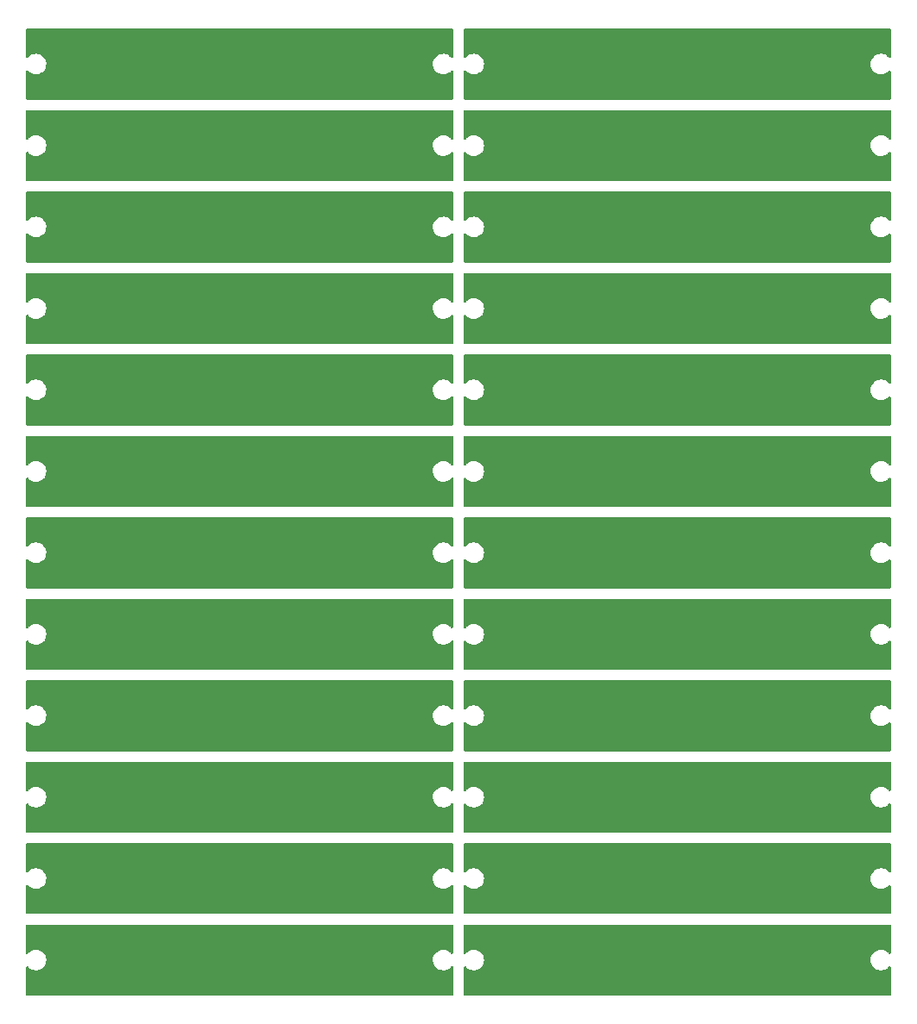
<source format=gbr>
%TF.GenerationSoftware,KiCad,Pcbnew,6.0.11-2627ca5db0~126~ubuntu20.04.1*%
%TF.CreationDate,2024-08-15T22:57:33-05:00*%
%TF.ProjectId,,58585858-5858-4585-9858-585858585858,rev?*%
%TF.SameCoordinates,Original*%
%TF.FileFunction,Copper,L1,Top*%
%TF.FilePolarity,Positive*%
%FSLAX46Y46*%
G04 Gerber Fmt 4.6, Leading zero omitted, Abs format (unit mm)*
G04 Created by KiCad (PCBNEW 6.0.11-2627ca5db0~126~ubuntu20.04.1) date 2024-08-15 22:57:33*
%MOMM*%
%LPD*%
G01*
G04 APERTURE LIST*
%TA.AperFunction,ViaPad*%
%ADD10C,0.800000*%
%TD*%
G04 APERTURE END LIST*
D10*
%TO.N,GND*%
X98602000Y-147532000D03*
X138602000Y-142132000D03*
X55602000Y-147532000D03*
X95602000Y-142132000D03*
X98602000Y-139532000D03*
X138602000Y-134132000D03*
X55602000Y-139532000D03*
X95602000Y-134132000D03*
X98602000Y-131532000D03*
X138602000Y-126132000D03*
X55602000Y-131532000D03*
X95602000Y-126132000D03*
X98602000Y-123532000D03*
X138602000Y-118132000D03*
X55602000Y-123532000D03*
X95602000Y-118132000D03*
X98602000Y-115532000D03*
X138602000Y-110132000D03*
X55602000Y-115532000D03*
X95602000Y-110132000D03*
X98602000Y-107532000D03*
X138602000Y-102132000D03*
X55602000Y-107532000D03*
X95602000Y-102132000D03*
X98602000Y-99532000D03*
X138602000Y-94132000D03*
X55602000Y-99532000D03*
X95602000Y-94132000D03*
X98602000Y-91532000D03*
X138602000Y-86132000D03*
X55602000Y-91532000D03*
X95602000Y-86132000D03*
X98602000Y-83532000D03*
X138602000Y-78132000D03*
X55602000Y-83532000D03*
X95602000Y-78132000D03*
X98602000Y-75532000D03*
X138602000Y-70132000D03*
X55602000Y-75532000D03*
X95602000Y-70132000D03*
X98602000Y-67532000D03*
X138602000Y-62132000D03*
X55602000Y-67532000D03*
X95602000Y-62132000D03*
X98602000Y-59532000D03*
X138602000Y-54132000D03*
X95602000Y-54132000D03*
X55602000Y-59532000D03*
%TD*%
%TA.AperFunction,Conductor*%
%TO.N,GND*%
G36*
X96535621Y-53360502D02*
G01*
X96582114Y-53414158D01*
X96593500Y-53466500D01*
X96593500Y-56097842D01*
X96573498Y-56165963D01*
X96519842Y-56212456D01*
X96449568Y-56222560D01*
X96384988Y-56193066D01*
X96369304Y-56176795D01*
X96329892Y-56127776D01*
X96326032Y-56122975D01*
X96319727Y-56117684D01*
X96296080Y-56097842D01*
X96174526Y-55995846D01*
X96169128Y-55992879D01*
X96169123Y-55992875D01*
X96006608Y-55903533D01*
X96006609Y-55903533D01*
X96001213Y-55900567D01*
X95995346Y-55898706D01*
X95995344Y-55898705D01*
X95818564Y-55842627D01*
X95818563Y-55842627D01*
X95812694Y-55840765D01*
X95658773Y-55823500D01*
X95552231Y-55823500D01*
X95549175Y-55823800D01*
X95549168Y-55823800D01*
X95490660Y-55829537D01*
X95405167Y-55837920D01*
X95399266Y-55839702D01*
X95399264Y-55839702D01*
X95325947Y-55861838D01*
X95215831Y-55895084D01*
X95041204Y-55987934D01*
X94954938Y-56058291D01*
X94892713Y-56109040D01*
X94892710Y-56109043D01*
X94887938Y-56112935D01*
X94884011Y-56117682D01*
X94884009Y-56117684D01*
X94765799Y-56260575D01*
X94765797Y-56260579D01*
X94761870Y-56265325D01*
X94667802Y-56439299D01*
X94609318Y-56628232D01*
X94588645Y-56824925D01*
X94606570Y-57021888D01*
X94608308Y-57027794D01*
X94608309Y-57027798D01*
X94612387Y-57041653D01*
X94662410Y-57211619D01*
X94665263Y-57217077D01*
X94665265Y-57217081D01*
X94712720Y-57307853D01*
X94754040Y-57386890D01*
X94877968Y-57541025D01*
X94882692Y-57544989D01*
X94889933Y-57551065D01*
X95029474Y-57668154D01*
X95034872Y-57671121D01*
X95034877Y-57671125D01*
X95178180Y-57749905D01*
X95202787Y-57763433D01*
X95208654Y-57765294D01*
X95208656Y-57765295D01*
X95385436Y-57821373D01*
X95391306Y-57823235D01*
X95545227Y-57840500D01*
X95651769Y-57840500D01*
X95654825Y-57840200D01*
X95654832Y-57840200D01*
X95713340Y-57834463D01*
X95798833Y-57826080D01*
X95804734Y-57824298D01*
X95804736Y-57824298D01*
X95878053Y-57802162D01*
X95988169Y-57768916D01*
X96162796Y-57676066D01*
X96249062Y-57605709D01*
X96311287Y-57554960D01*
X96311290Y-57554957D01*
X96316062Y-57551065D01*
X96368892Y-57487205D01*
X96370416Y-57485363D01*
X96429249Y-57445625D01*
X96500227Y-57444004D01*
X96560815Y-57481013D01*
X96591775Y-57544903D01*
X96593500Y-57565679D01*
X96593500Y-60197500D01*
X96573498Y-60265621D01*
X96519842Y-60312114D01*
X96467500Y-60323500D01*
X54736500Y-60323500D01*
X54668379Y-60303498D01*
X54621886Y-60249842D01*
X54610500Y-60197500D01*
X54610500Y-57566158D01*
X54630502Y-57498037D01*
X54684158Y-57451544D01*
X54754432Y-57441440D01*
X54819012Y-57470934D01*
X54834693Y-57487202D01*
X54877968Y-57541025D01*
X54882692Y-57544989D01*
X54889933Y-57551065D01*
X55029474Y-57668154D01*
X55034872Y-57671121D01*
X55034877Y-57671125D01*
X55178180Y-57749905D01*
X55202787Y-57763433D01*
X55208654Y-57765294D01*
X55208656Y-57765295D01*
X55385436Y-57821373D01*
X55391306Y-57823235D01*
X55545227Y-57840500D01*
X55651769Y-57840500D01*
X55654825Y-57840200D01*
X55654832Y-57840200D01*
X55713340Y-57834463D01*
X55798833Y-57826080D01*
X55804734Y-57824298D01*
X55804736Y-57824298D01*
X55878053Y-57802162D01*
X55988169Y-57768916D01*
X56162796Y-57676066D01*
X56249062Y-57605709D01*
X56311287Y-57554960D01*
X56311290Y-57554957D01*
X56316062Y-57551065D01*
X56368892Y-57487205D01*
X56438201Y-57403425D01*
X56438203Y-57403421D01*
X56442130Y-57398675D01*
X56536198Y-57224701D01*
X56594682Y-57035768D01*
X56615355Y-56839075D01*
X56597430Y-56642112D01*
X56592222Y-56624414D01*
X56543330Y-56458294D01*
X56541590Y-56452381D01*
X56531919Y-56433881D01*
X56452813Y-56282568D01*
X56449960Y-56277110D01*
X56326032Y-56122975D01*
X56319727Y-56117684D01*
X56296080Y-56097842D01*
X56174526Y-55995846D01*
X56169128Y-55992879D01*
X56169123Y-55992875D01*
X56006608Y-55903533D01*
X56006609Y-55903533D01*
X56001213Y-55900567D01*
X55995346Y-55898706D01*
X55995344Y-55898705D01*
X55818564Y-55842627D01*
X55818563Y-55842627D01*
X55812694Y-55840765D01*
X55658773Y-55823500D01*
X55552231Y-55823500D01*
X55549175Y-55823800D01*
X55549168Y-55823800D01*
X55490660Y-55829537D01*
X55405167Y-55837920D01*
X55399266Y-55839702D01*
X55399264Y-55839702D01*
X55325947Y-55861838D01*
X55215831Y-55895084D01*
X55041204Y-55987934D01*
X54954938Y-56058291D01*
X54892713Y-56109040D01*
X54892710Y-56109043D01*
X54887938Y-56112935D01*
X54884011Y-56117682D01*
X54884008Y-56117685D01*
X54833584Y-56178637D01*
X54774751Y-56218375D01*
X54703773Y-56219996D01*
X54643185Y-56182987D01*
X54612225Y-56119097D01*
X54610500Y-56098321D01*
X54610500Y-53466500D01*
X54630502Y-53398379D01*
X54684158Y-53351886D01*
X54736500Y-53340500D01*
X96467500Y-53340500D01*
X96535621Y-53360502D01*
G37*
%TD.AperFunction*%
%TD*%
%TA.AperFunction,Conductor*%
%TO.N,GND*%
G36*
X139535621Y-53360502D02*
G01*
X139582114Y-53414158D01*
X139593500Y-53466500D01*
X139593500Y-56097842D01*
X139573498Y-56165963D01*
X139519842Y-56212456D01*
X139449568Y-56222560D01*
X139384988Y-56193066D01*
X139369304Y-56176795D01*
X139329892Y-56127776D01*
X139326032Y-56122975D01*
X139319727Y-56117684D01*
X139296080Y-56097842D01*
X139174526Y-55995846D01*
X139169128Y-55992879D01*
X139169123Y-55992875D01*
X139006608Y-55903533D01*
X139006609Y-55903533D01*
X139001213Y-55900567D01*
X138995346Y-55898706D01*
X138995344Y-55898705D01*
X138818564Y-55842627D01*
X138818563Y-55842627D01*
X138812694Y-55840765D01*
X138658773Y-55823500D01*
X138552231Y-55823500D01*
X138549175Y-55823800D01*
X138549168Y-55823800D01*
X138490660Y-55829537D01*
X138405167Y-55837920D01*
X138399266Y-55839702D01*
X138399264Y-55839702D01*
X138325947Y-55861838D01*
X138215831Y-55895084D01*
X138041204Y-55987934D01*
X137954938Y-56058291D01*
X137892713Y-56109040D01*
X137892710Y-56109043D01*
X137887938Y-56112935D01*
X137884011Y-56117682D01*
X137884009Y-56117684D01*
X137765799Y-56260575D01*
X137765797Y-56260579D01*
X137761870Y-56265325D01*
X137667802Y-56439299D01*
X137609318Y-56628232D01*
X137588645Y-56824925D01*
X137606570Y-57021888D01*
X137608308Y-57027794D01*
X137608309Y-57027798D01*
X137612387Y-57041653D01*
X137662410Y-57211619D01*
X137665263Y-57217077D01*
X137665265Y-57217081D01*
X137712720Y-57307853D01*
X137754040Y-57386890D01*
X137877968Y-57541025D01*
X137882692Y-57544989D01*
X137889933Y-57551065D01*
X138029474Y-57668154D01*
X138034872Y-57671121D01*
X138034877Y-57671125D01*
X138178180Y-57749905D01*
X138202787Y-57763433D01*
X138208654Y-57765294D01*
X138208656Y-57765295D01*
X138385436Y-57821373D01*
X138391306Y-57823235D01*
X138545227Y-57840500D01*
X138651769Y-57840500D01*
X138654825Y-57840200D01*
X138654832Y-57840200D01*
X138713340Y-57834463D01*
X138798833Y-57826080D01*
X138804734Y-57824298D01*
X138804736Y-57824298D01*
X138878053Y-57802162D01*
X138988169Y-57768916D01*
X139162796Y-57676066D01*
X139249062Y-57605709D01*
X139311287Y-57554960D01*
X139311290Y-57554957D01*
X139316062Y-57551065D01*
X139368892Y-57487205D01*
X139370416Y-57485363D01*
X139429249Y-57445625D01*
X139500227Y-57444004D01*
X139560815Y-57481013D01*
X139591775Y-57544903D01*
X139593500Y-57565679D01*
X139593500Y-60197500D01*
X139573498Y-60265621D01*
X139519842Y-60312114D01*
X139467500Y-60323500D01*
X97736500Y-60323500D01*
X97668379Y-60303498D01*
X97621886Y-60249842D01*
X97610500Y-60197500D01*
X97610500Y-57566158D01*
X97630502Y-57498037D01*
X97684158Y-57451544D01*
X97754432Y-57441440D01*
X97819012Y-57470934D01*
X97834693Y-57487202D01*
X97877968Y-57541025D01*
X97882692Y-57544989D01*
X97889933Y-57551065D01*
X98029474Y-57668154D01*
X98034872Y-57671121D01*
X98034877Y-57671125D01*
X98178180Y-57749905D01*
X98202787Y-57763433D01*
X98208654Y-57765294D01*
X98208656Y-57765295D01*
X98385436Y-57821373D01*
X98391306Y-57823235D01*
X98545227Y-57840500D01*
X98651769Y-57840500D01*
X98654825Y-57840200D01*
X98654832Y-57840200D01*
X98713340Y-57834463D01*
X98798833Y-57826080D01*
X98804734Y-57824298D01*
X98804736Y-57824298D01*
X98878053Y-57802162D01*
X98988169Y-57768916D01*
X99162796Y-57676066D01*
X99249062Y-57605709D01*
X99311287Y-57554960D01*
X99311290Y-57554957D01*
X99316062Y-57551065D01*
X99368892Y-57487205D01*
X99438201Y-57403425D01*
X99438203Y-57403421D01*
X99442130Y-57398675D01*
X99536198Y-57224701D01*
X99594682Y-57035768D01*
X99615355Y-56839075D01*
X99597430Y-56642112D01*
X99592222Y-56624414D01*
X99543330Y-56458294D01*
X99541590Y-56452381D01*
X99531919Y-56433881D01*
X99452813Y-56282568D01*
X99449960Y-56277110D01*
X99326032Y-56122975D01*
X99319727Y-56117684D01*
X99296080Y-56097842D01*
X99174526Y-55995846D01*
X99169128Y-55992879D01*
X99169123Y-55992875D01*
X99006608Y-55903533D01*
X99006609Y-55903533D01*
X99001213Y-55900567D01*
X98995346Y-55898706D01*
X98995344Y-55898705D01*
X98818564Y-55842627D01*
X98818563Y-55842627D01*
X98812694Y-55840765D01*
X98658773Y-55823500D01*
X98552231Y-55823500D01*
X98549175Y-55823800D01*
X98549168Y-55823800D01*
X98490660Y-55829537D01*
X98405167Y-55837920D01*
X98399266Y-55839702D01*
X98399264Y-55839702D01*
X98325947Y-55861838D01*
X98215831Y-55895084D01*
X98041204Y-55987934D01*
X97954938Y-56058291D01*
X97892713Y-56109040D01*
X97892710Y-56109043D01*
X97887938Y-56112935D01*
X97884011Y-56117682D01*
X97884008Y-56117685D01*
X97833584Y-56178637D01*
X97774751Y-56218375D01*
X97703773Y-56219996D01*
X97643185Y-56182987D01*
X97612225Y-56119097D01*
X97610500Y-56098321D01*
X97610500Y-53466500D01*
X97630502Y-53398379D01*
X97684158Y-53351886D01*
X97736500Y-53340500D01*
X139467500Y-53340500D01*
X139535621Y-53360502D01*
G37*
%TD.AperFunction*%
%TD*%
%TA.AperFunction,Conductor*%
%TO.N,GND*%
G36*
X96535621Y-61360502D02*
G01*
X96582114Y-61414158D01*
X96593500Y-61466500D01*
X96593500Y-64097842D01*
X96573498Y-64165963D01*
X96519842Y-64212456D01*
X96449568Y-64222560D01*
X96384988Y-64193066D01*
X96369304Y-64176795D01*
X96329892Y-64127776D01*
X96326032Y-64122975D01*
X96319727Y-64117684D01*
X96296080Y-64097842D01*
X96174526Y-63995846D01*
X96169128Y-63992879D01*
X96169123Y-63992875D01*
X96006608Y-63903533D01*
X96006609Y-63903533D01*
X96001213Y-63900567D01*
X95995346Y-63898706D01*
X95995344Y-63898705D01*
X95818564Y-63842627D01*
X95818563Y-63842627D01*
X95812694Y-63840765D01*
X95658773Y-63823500D01*
X95552231Y-63823500D01*
X95549175Y-63823800D01*
X95549168Y-63823800D01*
X95490660Y-63829537D01*
X95405167Y-63837920D01*
X95399266Y-63839702D01*
X95399264Y-63839702D01*
X95325947Y-63861838D01*
X95215831Y-63895084D01*
X95041204Y-63987934D01*
X94954938Y-64058291D01*
X94892713Y-64109040D01*
X94892710Y-64109043D01*
X94887938Y-64112935D01*
X94884011Y-64117682D01*
X94884009Y-64117684D01*
X94765799Y-64260575D01*
X94765797Y-64260579D01*
X94761870Y-64265325D01*
X94667802Y-64439299D01*
X94609318Y-64628232D01*
X94588645Y-64824925D01*
X94606570Y-65021888D01*
X94608308Y-65027794D01*
X94608309Y-65027798D01*
X94612387Y-65041653D01*
X94662410Y-65211619D01*
X94665263Y-65217077D01*
X94665265Y-65217081D01*
X94712720Y-65307853D01*
X94754040Y-65386890D01*
X94877968Y-65541025D01*
X94882692Y-65544989D01*
X94889933Y-65551065D01*
X95029474Y-65668154D01*
X95034872Y-65671121D01*
X95034877Y-65671125D01*
X95178180Y-65749905D01*
X95202787Y-65763433D01*
X95208654Y-65765294D01*
X95208656Y-65765295D01*
X95385436Y-65821373D01*
X95391306Y-65823235D01*
X95545227Y-65840500D01*
X95651769Y-65840500D01*
X95654825Y-65840200D01*
X95654832Y-65840200D01*
X95713340Y-65834463D01*
X95798833Y-65826080D01*
X95804734Y-65824298D01*
X95804736Y-65824298D01*
X95878053Y-65802162D01*
X95988169Y-65768916D01*
X96162796Y-65676066D01*
X96249062Y-65605709D01*
X96311287Y-65554960D01*
X96311290Y-65554957D01*
X96316062Y-65551065D01*
X96368892Y-65487205D01*
X96370416Y-65485363D01*
X96429249Y-65445625D01*
X96500227Y-65444004D01*
X96560815Y-65481013D01*
X96591775Y-65544903D01*
X96593500Y-65565679D01*
X96593500Y-68197500D01*
X96573498Y-68265621D01*
X96519842Y-68312114D01*
X96467500Y-68323500D01*
X54736500Y-68323500D01*
X54668379Y-68303498D01*
X54621886Y-68249842D01*
X54610500Y-68197500D01*
X54610500Y-65566158D01*
X54630502Y-65498037D01*
X54684158Y-65451544D01*
X54754432Y-65441440D01*
X54819012Y-65470934D01*
X54834693Y-65487202D01*
X54877968Y-65541025D01*
X54882692Y-65544989D01*
X54889933Y-65551065D01*
X55029474Y-65668154D01*
X55034872Y-65671121D01*
X55034877Y-65671125D01*
X55178180Y-65749905D01*
X55202787Y-65763433D01*
X55208654Y-65765294D01*
X55208656Y-65765295D01*
X55385436Y-65821373D01*
X55391306Y-65823235D01*
X55545227Y-65840500D01*
X55651769Y-65840500D01*
X55654825Y-65840200D01*
X55654832Y-65840200D01*
X55713340Y-65834463D01*
X55798833Y-65826080D01*
X55804734Y-65824298D01*
X55804736Y-65824298D01*
X55878053Y-65802162D01*
X55988169Y-65768916D01*
X56162796Y-65676066D01*
X56249062Y-65605709D01*
X56311287Y-65554960D01*
X56311290Y-65554957D01*
X56316062Y-65551065D01*
X56368892Y-65487205D01*
X56438201Y-65403425D01*
X56438203Y-65403421D01*
X56442130Y-65398675D01*
X56536198Y-65224701D01*
X56594682Y-65035768D01*
X56615355Y-64839075D01*
X56597430Y-64642112D01*
X56592222Y-64624414D01*
X56543330Y-64458294D01*
X56541590Y-64452381D01*
X56531919Y-64433881D01*
X56452813Y-64282568D01*
X56449960Y-64277110D01*
X56326032Y-64122975D01*
X56319727Y-64117684D01*
X56296080Y-64097842D01*
X56174526Y-63995846D01*
X56169128Y-63992879D01*
X56169123Y-63992875D01*
X56006608Y-63903533D01*
X56006609Y-63903533D01*
X56001213Y-63900567D01*
X55995346Y-63898706D01*
X55995344Y-63898705D01*
X55818564Y-63842627D01*
X55818563Y-63842627D01*
X55812694Y-63840765D01*
X55658773Y-63823500D01*
X55552231Y-63823500D01*
X55549175Y-63823800D01*
X55549168Y-63823800D01*
X55490660Y-63829537D01*
X55405167Y-63837920D01*
X55399266Y-63839702D01*
X55399264Y-63839702D01*
X55325947Y-63861838D01*
X55215831Y-63895084D01*
X55041204Y-63987934D01*
X54954938Y-64058291D01*
X54892713Y-64109040D01*
X54892710Y-64109043D01*
X54887938Y-64112935D01*
X54884011Y-64117682D01*
X54884008Y-64117685D01*
X54833584Y-64178637D01*
X54774751Y-64218375D01*
X54703773Y-64219996D01*
X54643185Y-64182987D01*
X54612225Y-64119097D01*
X54610500Y-64098321D01*
X54610500Y-61466500D01*
X54630502Y-61398379D01*
X54684158Y-61351886D01*
X54736500Y-61340500D01*
X96467500Y-61340500D01*
X96535621Y-61360502D01*
G37*
%TD.AperFunction*%
%TD*%
%TA.AperFunction,Conductor*%
%TO.N,GND*%
G36*
X139535621Y-61360502D02*
G01*
X139582114Y-61414158D01*
X139593500Y-61466500D01*
X139593500Y-64097842D01*
X139573498Y-64165963D01*
X139519842Y-64212456D01*
X139449568Y-64222560D01*
X139384988Y-64193066D01*
X139369304Y-64176795D01*
X139329892Y-64127776D01*
X139326032Y-64122975D01*
X139319727Y-64117684D01*
X139296080Y-64097842D01*
X139174526Y-63995846D01*
X139169128Y-63992879D01*
X139169123Y-63992875D01*
X139006608Y-63903533D01*
X139006609Y-63903533D01*
X139001213Y-63900567D01*
X138995346Y-63898706D01*
X138995344Y-63898705D01*
X138818564Y-63842627D01*
X138818563Y-63842627D01*
X138812694Y-63840765D01*
X138658773Y-63823500D01*
X138552231Y-63823500D01*
X138549175Y-63823800D01*
X138549168Y-63823800D01*
X138490660Y-63829537D01*
X138405167Y-63837920D01*
X138399266Y-63839702D01*
X138399264Y-63839702D01*
X138325947Y-63861838D01*
X138215831Y-63895084D01*
X138041204Y-63987934D01*
X137954938Y-64058291D01*
X137892713Y-64109040D01*
X137892710Y-64109043D01*
X137887938Y-64112935D01*
X137884011Y-64117682D01*
X137884009Y-64117684D01*
X137765799Y-64260575D01*
X137765797Y-64260579D01*
X137761870Y-64265325D01*
X137667802Y-64439299D01*
X137609318Y-64628232D01*
X137588645Y-64824925D01*
X137606570Y-65021888D01*
X137608308Y-65027794D01*
X137608309Y-65027798D01*
X137612387Y-65041653D01*
X137662410Y-65211619D01*
X137665263Y-65217077D01*
X137665265Y-65217081D01*
X137712720Y-65307853D01*
X137754040Y-65386890D01*
X137877968Y-65541025D01*
X137882692Y-65544989D01*
X137889933Y-65551065D01*
X138029474Y-65668154D01*
X138034872Y-65671121D01*
X138034877Y-65671125D01*
X138178180Y-65749905D01*
X138202787Y-65763433D01*
X138208654Y-65765294D01*
X138208656Y-65765295D01*
X138385436Y-65821373D01*
X138391306Y-65823235D01*
X138545227Y-65840500D01*
X138651769Y-65840500D01*
X138654825Y-65840200D01*
X138654832Y-65840200D01*
X138713340Y-65834463D01*
X138798833Y-65826080D01*
X138804734Y-65824298D01*
X138804736Y-65824298D01*
X138878053Y-65802162D01*
X138988169Y-65768916D01*
X139162796Y-65676066D01*
X139249062Y-65605709D01*
X139311287Y-65554960D01*
X139311290Y-65554957D01*
X139316062Y-65551065D01*
X139368892Y-65487205D01*
X139370416Y-65485363D01*
X139429249Y-65445625D01*
X139500227Y-65444004D01*
X139560815Y-65481013D01*
X139591775Y-65544903D01*
X139593500Y-65565679D01*
X139593500Y-68197500D01*
X139573498Y-68265621D01*
X139519842Y-68312114D01*
X139467500Y-68323500D01*
X97736500Y-68323500D01*
X97668379Y-68303498D01*
X97621886Y-68249842D01*
X97610500Y-68197500D01*
X97610500Y-65566158D01*
X97630502Y-65498037D01*
X97684158Y-65451544D01*
X97754432Y-65441440D01*
X97819012Y-65470934D01*
X97834693Y-65487202D01*
X97877968Y-65541025D01*
X97882692Y-65544989D01*
X97889933Y-65551065D01*
X98029474Y-65668154D01*
X98034872Y-65671121D01*
X98034877Y-65671125D01*
X98178180Y-65749905D01*
X98202787Y-65763433D01*
X98208654Y-65765294D01*
X98208656Y-65765295D01*
X98385436Y-65821373D01*
X98391306Y-65823235D01*
X98545227Y-65840500D01*
X98651769Y-65840500D01*
X98654825Y-65840200D01*
X98654832Y-65840200D01*
X98713340Y-65834463D01*
X98798833Y-65826080D01*
X98804734Y-65824298D01*
X98804736Y-65824298D01*
X98878053Y-65802162D01*
X98988169Y-65768916D01*
X99162796Y-65676066D01*
X99249062Y-65605709D01*
X99311287Y-65554960D01*
X99311290Y-65554957D01*
X99316062Y-65551065D01*
X99368892Y-65487205D01*
X99438201Y-65403425D01*
X99438203Y-65403421D01*
X99442130Y-65398675D01*
X99536198Y-65224701D01*
X99594682Y-65035768D01*
X99615355Y-64839075D01*
X99597430Y-64642112D01*
X99592222Y-64624414D01*
X99543330Y-64458294D01*
X99541590Y-64452381D01*
X99531919Y-64433881D01*
X99452813Y-64282568D01*
X99449960Y-64277110D01*
X99326032Y-64122975D01*
X99319727Y-64117684D01*
X99296080Y-64097842D01*
X99174526Y-63995846D01*
X99169128Y-63992879D01*
X99169123Y-63992875D01*
X99006608Y-63903533D01*
X99006609Y-63903533D01*
X99001213Y-63900567D01*
X98995346Y-63898706D01*
X98995344Y-63898705D01*
X98818564Y-63842627D01*
X98818563Y-63842627D01*
X98812694Y-63840765D01*
X98658773Y-63823500D01*
X98552231Y-63823500D01*
X98549175Y-63823800D01*
X98549168Y-63823800D01*
X98490660Y-63829537D01*
X98405167Y-63837920D01*
X98399266Y-63839702D01*
X98399264Y-63839702D01*
X98325947Y-63861838D01*
X98215831Y-63895084D01*
X98041204Y-63987934D01*
X97954938Y-64058291D01*
X97892713Y-64109040D01*
X97892710Y-64109043D01*
X97887938Y-64112935D01*
X97884011Y-64117682D01*
X97884008Y-64117685D01*
X97833584Y-64178637D01*
X97774751Y-64218375D01*
X97703773Y-64219996D01*
X97643185Y-64182987D01*
X97612225Y-64119097D01*
X97610500Y-64098321D01*
X97610500Y-61466500D01*
X97630502Y-61398379D01*
X97684158Y-61351886D01*
X97736500Y-61340500D01*
X139467500Y-61340500D01*
X139535621Y-61360502D01*
G37*
%TD.AperFunction*%
%TD*%
%TA.AperFunction,Conductor*%
%TO.N,GND*%
G36*
X96535621Y-69360502D02*
G01*
X96582114Y-69414158D01*
X96593500Y-69466500D01*
X96593500Y-72097842D01*
X96573498Y-72165963D01*
X96519842Y-72212456D01*
X96449568Y-72222560D01*
X96384988Y-72193066D01*
X96369304Y-72176795D01*
X96329892Y-72127776D01*
X96326032Y-72122975D01*
X96319727Y-72117684D01*
X96296080Y-72097842D01*
X96174526Y-71995846D01*
X96169128Y-71992879D01*
X96169123Y-71992875D01*
X96006608Y-71903533D01*
X96006609Y-71903533D01*
X96001213Y-71900567D01*
X95995346Y-71898706D01*
X95995344Y-71898705D01*
X95818564Y-71842627D01*
X95818563Y-71842627D01*
X95812694Y-71840765D01*
X95658773Y-71823500D01*
X95552231Y-71823500D01*
X95549175Y-71823800D01*
X95549168Y-71823800D01*
X95490660Y-71829537D01*
X95405167Y-71837920D01*
X95399266Y-71839702D01*
X95399264Y-71839702D01*
X95325947Y-71861838D01*
X95215831Y-71895084D01*
X95041204Y-71987934D01*
X94954938Y-72058291D01*
X94892713Y-72109040D01*
X94892710Y-72109043D01*
X94887938Y-72112935D01*
X94884011Y-72117682D01*
X94884009Y-72117684D01*
X94765799Y-72260575D01*
X94765797Y-72260579D01*
X94761870Y-72265325D01*
X94667802Y-72439299D01*
X94609318Y-72628232D01*
X94588645Y-72824925D01*
X94606570Y-73021888D01*
X94608308Y-73027794D01*
X94608309Y-73027798D01*
X94612387Y-73041653D01*
X94662410Y-73211619D01*
X94665263Y-73217077D01*
X94665265Y-73217081D01*
X94712720Y-73307853D01*
X94754040Y-73386890D01*
X94877968Y-73541025D01*
X94882692Y-73544989D01*
X94889933Y-73551065D01*
X95029474Y-73668154D01*
X95034872Y-73671121D01*
X95034877Y-73671125D01*
X95178180Y-73749905D01*
X95202787Y-73763433D01*
X95208654Y-73765294D01*
X95208656Y-73765295D01*
X95385436Y-73821373D01*
X95391306Y-73823235D01*
X95545227Y-73840500D01*
X95651769Y-73840500D01*
X95654825Y-73840200D01*
X95654832Y-73840200D01*
X95713340Y-73834463D01*
X95798833Y-73826080D01*
X95804734Y-73824298D01*
X95804736Y-73824298D01*
X95878053Y-73802162D01*
X95988169Y-73768916D01*
X96162796Y-73676066D01*
X96249062Y-73605709D01*
X96311287Y-73554960D01*
X96311290Y-73554957D01*
X96316062Y-73551065D01*
X96368892Y-73487205D01*
X96370416Y-73485363D01*
X96429249Y-73445625D01*
X96500227Y-73444004D01*
X96560815Y-73481013D01*
X96591775Y-73544903D01*
X96593500Y-73565679D01*
X96593500Y-76197500D01*
X96573498Y-76265621D01*
X96519842Y-76312114D01*
X96467500Y-76323500D01*
X54736500Y-76323500D01*
X54668379Y-76303498D01*
X54621886Y-76249842D01*
X54610500Y-76197500D01*
X54610500Y-73566158D01*
X54630502Y-73498037D01*
X54684158Y-73451544D01*
X54754432Y-73441440D01*
X54819012Y-73470934D01*
X54834693Y-73487202D01*
X54877968Y-73541025D01*
X54882692Y-73544989D01*
X54889933Y-73551065D01*
X55029474Y-73668154D01*
X55034872Y-73671121D01*
X55034877Y-73671125D01*
X55178180Y-73749905D01*
X55202787Y-73763433D01*
X55208654Y-73765294D01*
X55208656Y-73765295D01*
X55385436Y-73821373D01*
X55391306Y-73823235D01*
X55545227Y-73840500D01*
X55651769Y-73840500D01*
X55654825Y-73840200D01*
X55654832Y-73840200D01*
X55713340Y-73834463D01*
X55798833Y-73826080D01*
X55804734Y-73824298D01*
X55804736Y-73824298D01*
X55878053Y-73802162D01*
X55988169Y-73768916D01*
X56162796Y-73676066D01*
X56249062Y-73605709D01*
X56311287Y-73554960D01*
X56311290Y-73554957D01*
X56316062Y-73551065D01*
X56368892Y-73487205D01*
X56438201Y-73403425D01*
X56438203Y-73403421D01*
X56442130Y-73398675D01*
X56536198Y-73224701D01*
X56594682Y-73035768D01*
X56615355Y-72839075D01*
X56597430Y-72642112D01*
X56592222Y-72624414D01*
X56543330Y-72458294D01*
X56541590Y-72452381D01*
X56531919Y-72433881D01*
X56452813Y-72282568D01*
X56449960Y-72277110D01*
X56326032Y-72122975D01*
X56319727Y-72117684D01*
X56296080Y-72097842D01*
X56174526Y-71995846D01*
X56169128Y-71992879D01*
X56169123Y-71992875D01*
X56006608Y-71903533D01*
X56006609Y-71903533D01*
X56001213Y-71900567D01*
X55995346Y-71898706D01*
X55995344Y-71898705D01*
X55818564Y-71842627D01*
X55818563Y-71842627D01*
X55812694Y-71840765D01*
X55658773Y-71823500D01*
X55552231Y-71823500D01*
X55549175Y-71823800D01*
X55549168Y-71823800D01*
X55490660Y-71829537D01*
X55405167Y-71837920D01*
X55399266Y-71839702D01*
X55399264Y-71839702D01*
X55325947Y-71861838D01*
X55215831Y-71895084D01*
X55041204Y-71987934D01*
X54954938Y-72058291D01*
X54892713Y-72109040D01*
X54892710Y-72109043D01*
X54887938Y-72112935D01*
X54884011Y-72117682D01*
X54884008Y-72117685D01*
X54833584Y-72178637D01*
X54774751Y-72218375D01*
X54703773Y-72219996D01*
X54643185Y-72182987D01*
X54612225Y-72119097D01*
X54610500Y-72098321D01*
X54610500Y-69466500D01*
X54630502Y-69398379D01*
X54684158Y-69351886D01*
X54736500Y-69340500D01*
X96467500Y-69340500D01*
X96535621Y-69360502D01*
G37*
%TD.AperFunction*%
%TD*%
%TA.AperFunction,Conductor*%
%TO.N,GND*%
G36*
X139535621Y-69360502D02*
G01*
X139582114Y-69414158D01*
X139593500Y-69466500D01*
X139593500Y-72097842D01*
X139573498Y-72165963D01*
X139519842Y-72212456D01*
X139449568Y-72222560D01*
X139384988Y-72193066D01*
X139369304Y-72176795D01*
X139329892Y-72127776D01*
X139326032Y-72122975D01*
X139319727Y-72117684D01*
X139296080Y-72097842D01*
X139174526Y-71995846D01*
X139169128Y-71992879D01*
X139169123Y-71992875D01*
X139006608Y-71903533D01*
X139006609Y-71903533D01*
X139001213Y-71900567D01*
X138995346Y-71898706D01*
X138995344Y-71898705D01*
X138818564Y-71842627D01*
X138818563Y-71842627D01*
X138812694Y-71840765D01*
X138658773Y-71823500D01*
X138552231Y-71823500D01*
X138549175Y-71823800D01*
X138549168Y-71823800D01*
X138490660Y-71829537D01*
X138405167Y-71837920D01*
X138399266Y-71839702D01*
X138399264Y-71839702D01*
X138325947Y-71861838D01*
X138215831Y-71895084D01*
X138041204Y-71987934D01*
X137954938Y-72058291D01*
X137892713Y-72109040D01*
X137892710Y-72109043D01*
X137887938Y-72112935D01*
X137884011Y-72117682D01*
X137884009Y-72117684D01*
X137765799Y-72260575D01*
X137765797Y-72260579D01*
X137761870Y-72265325D01*
X137667802Y-72439299D01*
X137609318Y-72628232D01*
X137588645Y-72824925D01*
X137606570Y-73021888D01*
X137608308Y-73027794D01*
X137608309Y-73027798D01*
X137612387Y-73041653D01*
X137662410Y-73211619D01*
X137665263Y-73217077D01*
X137665265Y-73217081D01*
X137712720Y-73307853D01*
X137754040Y-73386890D01*
X137877968Y-73541025D01*
X137882692Y-73544989D01*
X137889933Y-73551065D01*
X138029474Y-73668154D01*
X138034872Y-73671121D01*
X138034877Y-73671125D01*
X138178180Y-73749905D01*
X138202787Y-73763433D01*
X138208654Y-73765294D01*
X138208656Y-73765295D01*
X138385436Y-73821373D01*
X138391306Y-73823235D01*
X138545227Y-73840500D01*
X138651769Y-73840500D01*
X138654825Y-73840200D01*
X138654832Y-73840200D01*
X138713340Y-73834463D01*
X138798833Y-73826080D01*
X138804734Y-73824298D01*
X138804736Y-73824298D01*
X138878053Y-73802162D01*
X138988169Y-73768916D01*
X139162796Y-73676066D01*
X139249062Y-73605709D01*
X139311287Y-73554960D01*
X139311290Y-73554957D01*
X139316062Y-73551065D01*
X139368892Y-73487205D01*
X139370416Y-73485363D01*
X139429249Y-73445625D01*
X139500227Y-73444004D01*
X139560815Y-73481013D01*
X139591775Y-73544903D01*
X139593500Y-73565679D01*
X139593500Y-76197500D01*
X139573498Y-76265621D01*
X139519842Y-76312114D01*
X139467500Y-76323500D01*
X97736500Y-76323500D01*
X97668379Y-76303498D01*
X97621886Y-76249842D01*
X97610500Y-76197500D01*
X97610500Y-73566158D01*
X97630502Y-73498037D01*
X97684158Y-73451544D01*
X97754432Y-73441440D01*
X97819012Y-73470934D01*
X97834693Y-73487202D01*
X97877968Y-73541025D01*
X97882692Y-73544989D01*
X97889933Y-73551065D01*
X98029474Y-73668154D01*
X98034872Y-73671121D01*
X98034877Y-73671125D01*
X98178180Y-73749905D01*
X98202787Y-73763433D01*
X98208654Y-73765294D01*
X98208656Y-73765295D01*
X98385436Y-73821373D01*
X98391306Y-73823235D01*
X98545227Y-73840500D01*
X98651769Y-73840500D01*
X98654825Y-73840200D01*
X98654832Y-73840200D01*
X98713340Y-73834463D01*
X98798833Y-73826080D01*
X98804734Y-73824298D01*
X98804736Y-73824298D01*
X98878053Y-73802162D01*
X98988169Y-73768916D01*
X99162796Y-73676066D01*
X99249062Y-73605709D01*
X99311287Y-73554960D01*
X99311290Y-73554957D01*
X99316062Y-73551065D01*
X99368892Y-73487205D01*
X99438201Y-73403425D01*
X99438203Y-73403421D01*
X99442130Y-73398675D01*
X99536198Y-73224701D01*
X99594682Y-73035768D01*
X99615355Y-72839075D01*
X99597430Y-72642112D01*
X99592222Y-72624414D01*
X99543330Y-72458294D01*
X99541590Y-72452381D01*
X99531919Y-72433881D01*
X99452813Y-72282568D01*
X99449960Y-72277110D01*
X99326032Y-72122975D01*
X99319727Y-72117684D01*
X99296080Y-72097842D01*
X99174526Y-71995846D01*
X99169128Y-71992879D01*
X99169123Y-71992875D01*
X99006608Y-71903533D01*
X99006609Y-71903533D01*
X99001213Y-71900567D01*
X98995346Y-71898706D01*
X98995344Y-71898705D01*
X98818564Y-71842627D01*
X98818563Y-71842627D01*
X98812694Y-71840765D01*
X98658773Y-71823500D01*
X98552231Y-71823500D01*
X98549175Y-71823800D01*
X98549168Y-71823800D01*
X98490660Y-71829537D01*
X98405167Y-71837920D01*
X98399266Y-71839702D01*
X98399264Y-71839702D01*
X98325947Y-71861838D01*
X98215831Y-71895084D01*
X98041204Y-71987934D01*
X97954938Y-72058291D01*
X97892713Y-72109040D01*
X97892710Y-72109043D01*
X97887938Y-72112935D01*
X97884011Y-72117682D01*
X97884008Y-72117685D01*
X97833584Y-72178637D01*
X97774751Y-72218375D01*
X97703773Y-72219996D01*
X97643185Y-72182987D01*
X97612225Y-72119097D01*
X97610500Y-72098321D01*
X97610500Y-69466500D01*
X97630502Y-69398379D01*
X97684158Y-69351886D01*
X97736500Y-69340500D01*
X139467500Y-69340500D01*
X139535621Y-69360502D01*
G37*
%TD.AperFunction*%
%TD*%
%TA.AperFunction,Conductor*%
%TO.N,GND*%
G36*
X96535621Y-77360502D02*
G01*
X96582114Y-77414158D01*
X96593500Y-77466500D01*
X96593500Y-80097842D01*
X96573498Y-80165963D01*
X96519842Y-80212456D01*
X96449568Y-80222560D01*
X96384988Y-80193066D01*
X96369304Y-80176795D01*
X96329892Y-80127776D01*
X96326032Y-80122975D01*
X96319727Y-80117684D01*
X96296080Y-80097842D01*
X96174526Y-79995846D01*
X96169128Y-79992879D01*
X96169123Y-79992875D01*
X96006608Y-79903533D01*
X96006609Y-79903533D01*
X96001213Y-79900567D01*
X95995346Y-79898706D01*
X95995344Y-79898705D01*
X95818564Y-79842627D01*
X95818563Y-79842627D01*
X95812694Y-79840765D01*
X95658773Y-79823500D01*
X95552231Y-79823500D01*
X95549175Y-79823800D01*
X95549168Y-79823800D01*
X95490660Y-79829537D01*
X95405167Y-79837920D01*
X95399266Y-79839702D01*
X95399264Y-79839702D01*
X95325947Y-79861838D01*
X95215831Y-79895084D01*
X95041204Y-79987934D01*
X94954938Y-80058291D01*
X94892713Y-80109040D01*
X94892710Y-80109043D01*
X94887938Y-80112935D01*
X94884011Y-80117682D01*
X94884009Y-80117684D01*
X94765799Y-80260575D01*
X94765797Y-80260579D01*
X94761870Y-80265325D01*
X94667802Y-80439299D01*
X94609318Y-80628232D01*
X94588645Y-80824925D01*
X94606570Y-81021888D01*
X94608308Y-81027794D01*
X94608309Y-81027798D01*
X94612387Y-81041653D01*
X94662410Y-81211619D01*
X94665263Y-81217077D01*
X94665265Y-81217081D01*
X94712720Y-81307853D01*
X94754040Y-81386890D01*
X94877968Y-81541025D01*
X94882692Y-81544989D01*
X94889933Y-81551065D01*
X95029474Y-81668154D01*
X95034872Y-81671121D01*
X95034877Y-81671125D01*
X95178180Y-81749905D01*
X95202787Y-81763433D01*
X95208654Y-81765294D01*
X95208656Y-81765295D01*
X95385436Y-81821373D01*
X95391306Y-81823235D01*
X95545227Y-81840500D01*
X95651769Y-81840500D01*
X95654825Y-81840200D01*
X95654832Y-81840200D01*
X95713340Y-81834463D01*
X95798833Y-81826080D01*
X95804734Y-81824298D01*
X95804736Y-81824298D01*
X95878053Y-81802162D01*
X95988169Y-81768916D01*
X96162796Y-81676066D01*
X96249062Y-81605709D01*
X96311287Y-81554960D01*
X96311290Y-81554957D01*
X96316062Y-81551065D01*
X96368892Y-81487205D01*
X96370416Y-81485363D01*
X96429249Y-81445625D01*
X96500227Y-81444004D01*
X96560815Y-81481013D01*
X96591775Y-81544903D01*
X96593500Y-81565679D01*
X96593500Y-84197500D01*
X96573498Y-84265621D01*
X96519842Y-84312114D01*
X96467500Y-84323500D01*
X54736500Y-84323500D01*
X54668379Y-84303498D01*
X54621886Y-84249842D01*
X54610500Y-84197500D01*
X54610500Y-81566158D01*
X54630502Y-81498037D01*
X54684158Y-81451544D01*
X54754432Y-81441440D01*
X54819012Y-81470934D01*
X54834693Y-81487202D01*
X54877968Y-81541025D01*
X54882692Y-81544989D01*
X54889933Y-81551065D01*
X55029474Y-81668154D01*
X55034872Y-81671121D01*
X55034877Y-81671125D01*
X55178180Y-81749905D01*
X55202787Y-81763433D01*
X55208654Y-81765294D01*
X55208656Y-81765295D01*
X55385436Y-81821373D01*
X55391306Y-81823235D01*
X55545227Y-81840500D01*
X55651769Y-81840500D01*
X55654825Y-81840200D01*
X55654832Y-81840200D01*
X55713340Y-81834463D01*
X55798833Y-81826080D01*
X55804734Y-81824298D01*
X55804736Y-81824298D01*
X55878053Y-81802162D01*
X55988169Y-81768916D01*
X56162796Y-81676066D01*
X56249062Y-81605709D01*
X56311287Y-81554960D01*
X56311290Y-81554957D01*
X56316062Y-81551065D01*
X56368892Y-81487205D01*
X56438201Y-81403425D01*
X56438203Y-81403421D01*
X56442130Y-81398675D01*
X56536198Y-81224701D01*
X56594682Y-81035768D01*
X56615355Y-80839075D01*
X56597430Y-80642112D01*
X56592222Y-80624414D01*
X56543330Y-80458294D01*
X56541590Y-80452381D01*
X56531919Y-80433881D01*
X56452813Y-80282568D01*
X56449960Y-80277110D01*
X56326032Y-80122975D01*
X56319727Y-80117684D01*
X56296080Y-80097842D01*
X56174526Y-79995846D01*
X56169128Y-79992879D01*
X56169123Y-79992875D01*
X56006608Y-79903533D01*
X56006609Y-79903533D01*
X56001213Y-79900567D01*
X55995346Y-79898706D01*
X55995344Y-79898705D01*
X55818564Y-79842627D01*
X55818563Y-79842627D01*
X55812694Y-79840765D01*
X55658773Y-79823500D01*
X55552231Y-79823500D01*
X55549175Y-79823800D01*
X55549168Y-79823800D01*
X55490660Y-79829537D01*
X55405167Y-79837920D01*
X55399266Y-79839702D01*
X55399264Y-79839702D01*
X55325947Y-79861838D01*
X55215831Y-79895084D01*
X55041204Y-79987934D01*
X54954938Y-80058291D01*
X54892713Y-80109040D01*
X54892710Y-80109043D01*
X54887938Y-80112935D01*
X54884011Y-80117682D01*
X54884008Y-80117685D01*
X54833584Y-80178637D01*
X54774751Y-80218375D01*
X54703773Y-80219996D01*
X54643185Y-80182987D01*
X54612225Y-80119097D01*
X54610500Y-80098321D01*
X54610500Y-77466500D01*
X54630502Y-77398379D01*
X54684158Y-77351886D01*
X54736500Y-77340500D01*
X96467500Y-77340500D01*
X96535621Y-77360502D01*
G37*
%TD.AperFunction*%
%TD*%
%TA.AperFunction,Conductor*%
%TO.N,GND*%
G36*
X139535621Y-77360502D02*
G01*
X139582114Y-77414158D01*
X139593500Y-77466500D01*
X139593500Y-80097842D01*
X139573498Y-80165963D01*
X139519842Y-80212456D01*
X139449568Y-80222560D01*
X139384988Y-80193066D01*
X139369304Y-80176795D01*
X139329892Y-80127776D01*
X139326032Y-80122975D01*
X139319727Y-80117684D01*
X139296080Y-80097842D01*
X139174526Y-79995846D01*
X139169128Y-79992879D01*
X139169123Y-79992875D01*
X139006608Y-79903533D01*
X139006609Y-79903533D01*
X139001213Y-79900567D01*
X138995346Y-79898706D01*
X138995344Y-79898705D01*
X138818564Y-79842627D01*
X138818563Y-79842627D01*
X138812694Y-79840765D01*
X138658773Y-79823500D01*
X138552231Y-79823500D01*
X138549175Y-79823800D01*
X138549168Y-79823800D01*
X138490660Y-79829537D01*
X138405167Y-79837920D01*
X138399266Y-79839702D01*
X138399264Y-79839702D01*
X138325947Y-79861838D01*
X138215831Y-79895084D01*
X138041204Y-79987934D01*
X137954938Y-80058291D01*
X137892713Y-80109040D01*
X137892710Y-80109043D01*
X137887938Y-80112935D01*
X137884011Y-80117682D01*
X137884009Y-80117684D01*
X137765799Y-80260575D01*
X137765797Y-80260579D01*
X137761870Y-80265325D01*
X137667802Y-80439299D01*
X137609318Y-80628232D01*
X137588645Y-80824925D01*
X137606570Y-81021888D01*
X137608308Y-81027794D01*
X137608309Y-81027798D01*
X137612387Y-81041653D01*
X137662410Y-81211619D01*
X137665263Y-81217077D01*
X137665265Y-81217081D01*
X137712720Y-81307853D01*
X137754040Y-81386890D01*
X137877968Y-81541025D01*
X137882692Y-81544989D01*
X137889933Y-81551065D01*
X138029474Y-81668154D01*
X138034872Y-81671121D01*
X138034877Y-81671125D01*
X138178180Y-81749905D01*
X138202787Y-81763433D01*
X138208654Y-81765294D01*
X138208656Y-81765295D01*
X138385436Y-81821373D01*
X138391306Y-81823235D01*
X138545227Y-81840500D01*
X138651769Y-81840500D01*
X138654825Y-81840200D01*
X138654832Y-81840200D01*
X138713340Y-81834463D01*
X138798833Y-81826080D01*
X138804734Y-81824298D01*
X138804736Y-81824298D01*
X138878053Y-81802162D01*
X138988169Y-81768916D01*
X139162796Y-81676066D01*
X139249062Y-81605709D01*
X139311287Y-81554960D01*
X139311290Y-81554957D01*
X139316062Y-81551065D01*
X139368892Y-81487205D01*
X139370416Y-81485363D01*
X139429249Y-81445625D01*
X139500227Y-81444004D01*
X139560815Y-81481013D01*
X139591775Y-81544903D01*
X139593500Y-81565679D01*
X139593500Y-84197500D01*
X139573498Y-84265621D01*
X139519842Y-84312114D01*
X139467500Y-84323500D01*
X97736500Y-84323500D01*
X97668379Y-84303498D01*
X97621886Y-84249842D01*
X97610500Y-84197500D01*
X97610500Y-81566158D01*
X97630502Y-81498037D01*
X97684158Y-81451544D01*
X97754432Y-81441440D01*
X97819012Y-81470934D01*
X97834693Y-81487202D01*
X97877968Y-81541025D01*
X97882692Y-81544989D01*
X97889933Y-81551065D01*
X98029474Y-81668154D01*
X98034872Y-81671121D01*
X98034877Y-81671125D01*
X98178180Y-81749905D01*
X98202787Y-81763433D01*
X98208654Y-81765294D01*
X98208656Y-81765295D01*
X98385436Y-81821373D01*
X98391306Y-81823235D01*
X98545227Y-81840500D01*
X98651769Y-81840500D01*
X98654825Y-81840200D01*
X98654832Y-81840200D01*
X98713340Y-81834463D01*
X98798833Y-81826080D01*
X98804734Y-81824298D01*
X98804736Y-81824298D01*
X98878053Y-81802162D01*
X98988169Y-81768916D01*
X99162796Y-81676066D01*
X99249062Y-81605709D01*
X99311287Y-81554960D01*
X99311290Y-81554957D01*
X99316062Y-81551065D01*
X99368892Y-81487205D01*
X99438201Y-81403425D01*
X99438203Y-81403421D01*
X99442130Y-81398675D01*
X99536198Y-81224701D01*
X99594682Y-81035768D01*
X99615355Y-80839075D01*
X99597430Y-80642112D01*
X99592222Y-80624414D01*
X99543330Y-80458294D01*
X99541590Y-80452381D01*
X99531919Y-80433881D01*
X99452813Y-80282568D01*
X99449960Y-80277110D01*
X99326032Y-80122975D01*
X99319727Y-80117684D01*
X99296080Y-80097842D01*
X99174526Y-79995846D01*
X99169128Y-79992879D01*
X99169123Y-79992875D01*
X99006608Y-79903533D01*
X99006609Y-79903533D01*
X99001213Y-79900567D01*
X98995346Y-79898706D01*
X98995344Y-79898705D01*
X98818564Y-79842627D01*
X98818563Y-79842627D01*
X98812694Y-79840765D01*
X98658773Y-79823500D01*
X98552231Y-79823500D01*
X98549175Y-79823800D01*
X98549168Y-79823800D01*
X98490660Y-79829537D01*
X98405167Y-79837920D01*
X98399266Y-79839702D01*
X98399264Y-79839702D01*
X98325947Y-79861838D01*
X98215831Y-79895084D01*
X98041204Y-79987934D01*
X97954938Y-80058291D01*
X97892713Y-80109040D01*
X97892710Y-80109043D01*
X97887938Y-80112935D01*
X97884011Y-80117682D01*
X97884008Y-80117685D01*
X97833584Y-80178637D01*
X97774751Y-80218375D01*
X97703773Y-80219996D01*
X97643185Y-80182987D01*
X97612225Y-80119097D01*
X97610500Y-80098321D01*
X97610500Y-77466500D01*
X97630502Y-77398379D01*
X97684158Y-77351886D01*
X97736500Y-77340500D01*
X139467500Y-77340500D01*
X139535621Y-77360502D01*
G37*
%TD.AperFunction*%
%TD*%
%TA.AperFunction,Conductor*%
%TO.N,GND*%
G36*
X96535621Y-85360502D02*
G01*
X96582114Y-85414158D01*
X96593500Y-85466500D01*
X96593500Y-88097842D01*
X96573498Y-88165963D01*
X96519842Y-88212456D01*
X96449568Y-88222560D01*
X96384988Y-88193066D01*
X96369304Y-88176795D01*
X96329892Y-88127776D01*
X96326032Y-88122975D01*
X96319727Y-88117684D01*
X96296080Y-88097842D01*
X96174526Y-87995846D01*
X96169128Y-87992879D01*
X96169123Y-87992875D01*
X96006608Y-87903533D01*
X96006609Y-87903533D01*
X96001213Y-87900567D01*
X95995346Y-87898706D01*
X95995344Y-87898705D01*
X95818564Y-87842627D01*
X95818563Y-87842627D01*
X95812694Y-87840765D01*
X95658773Y-87823500D01*
X95552231Y-87823500D01*
X95549175Y-87823800D01*
X95549168Y-87823800D01*
X95490660Y-87829537D01*
X95405167Y-87837920D01*
X95399266Y-87839702D01*
X95399264Y-87839702D01*
X95325947Y-87861838D01*
X95215831Y-87895084D01*
X95041204Y-87987934D01*
X94954938Y-88058291D01*
X94892713Y-88109040D01*
X94892710Y-88109043D01*
X94887938Y-88112935D01*
X94884011Y-88117682D01*
X94884009Y-88117684D01*
X94765799Y-88260575D01*
X94765797Y-88260579D01*
X94761870Y-88265325D01*
X94667802Y-88439299D01*
X94609318Y-88628232D01*
X94588645Y-88824925D01*
X94606570Y-89021888D01*
X94608308Y-89027794D01*
X94608309Y-89027798D01*
X94612387Y-89041653D01*
X94662410Y-89211619D01*
X94665263Y-89217077D01*
X94665265Y-89217081D01*
X94712720Y-89307853D01*
X94754040Y-89386890D01*
X94877968Y-89541025D01*
X94882692Y-89544989D01*
X94889933Y-89551065D01*
X95029474Y-89668154D01*
X95034872Y-89671121D01*
X95034877Y-89671125D01*
X95178180Y-89749905D01*
X95202787Y-89763433D01*
X95208654Y-89765294D01*
X95208656Y-89765295D01*
X95385436Y-89821373D01*
X95391306Y-89823235D01*
X95545227Y-89840500D01*
X95651769Y-89840500D01*
X95654825Y-89840200D01*
X95654832Y-89840200D01*
X95713340Y-89834463D01*
X95798833Y-89826080D01*
X95804734Y-89824298D01*
X95804736Y-89824298D01*
X95878053Y-89802162D01*
X95988169Y-89768916D01*
X96162796Y-89676066D01*
X96249062Y-89605709D01*
X96311287Y-89554960D01*
X96311290Y-89554957D01*
X96316062Y-89551065D01*
X96368892Y-89487205D01*
X96370416Y-89485363D01*
X96429249Y-89445625D01*
X96500227Y-89444004D01*
X96560815Y-89481013D01*
X96591775Y-89544903D01*
X96593500Y-89565679D01*
X96593500Y-92197500D01*
X96573498Y-92265621D01*
X96519842Y-92312114D01*
X96467500Y-92323500D01*
X54736500Y-92323500D01*
X54668379Y-92303498D01*
X54621886Y-92249842D01*
X54610500Y-92197500D01*
X54610500Y-89566158D01*
X54630502Y-89498037D01*
X54684158Y-89451544D01*
X54754432Y-89441440D01*
X54819012Y-89470934D01*
X54834693Y-89487202D01*
X54877968Y-89541025D01*
X54882692Y-89544989D01*
X54889933Y-89551065D01*
X55029474Y-89668154D01*
X55034872Y-89671121D01*
X55034877Y-89671125D01*
X55178180Y-89749905D01*
X55202787Y-89763433D01*
X55208654Y-89765294D01*
X55208656Y-89765295D01*
X55385436Y-89821373D01*
X55391306Y-89823235D01*
X55545227Y-89840500D01*
X55651769Y-89840500D01*
X55654825Y-89840200D01*
X55654832Y-89840200D01*
X55713340Y-89834463D01*
X55798833Y-89826080D01*
X55804734Y-89824298D01*
X55804736Y-89824298D01*
X55878053Y-89802162D01*
X55988169Y-89768916D01*
X56162796Y-89676066D01*
X56249062Y-89605709D01*
X56311287Y-89554960D01*
X56311290Y-89554957D01*
X56316062Y-89551065D01*
X56368892Y-89487205D01*
X56438201Y-89403425D01*
X56438203Y-89403421D01*
X56442130Y-89398675D01*
X56536198Y-89224701D01*
X56594682Y-89035768D01*
X56615355Y-88839075D01*
X56597430Y-88642112D01*
X56592222Y-88624414D01*
X56543330Y-88458294D01*
X56541590Y-88452381D01*
X56531919Y-88433881D01*
X56452813Y-88282568D01*
X56449960Y-88277110D01*
X56326032Y-88122975D01*
X56319727Y-88117684D01*
X56296080Y-88097842D01*
X56174526Y-87995846D01*
X56169128Y-87992879D01*
X56169123Y-87992875D01*
X56006608Y-87903533D01*
X56006609Y-87903533D01*
X56001213Y-87900567D01*
X55995346Y-87898706D01*
X55995344Y-87898705D01*
X55818564Y-87842627D01*
X55818563Y-87842627D01*
X55812694Y-87840765D01*
X55658773Y-87823500D01*
X55552231Y-87823500D01*
X55549175Y-87823800D01*
X55549168Y-87823800D01*
X55490660Y-87829537D01*
X55405167Y-87837920D01*
X55399266Y-87839702D01*
X55399264Y-87839702D01*
X55325947Y-87861838D01*
X55215831Y-87895084D01*
X55041204Y-87987934D01*
X54954938Y-88058291D01*
X54892713Y-88109040D01*
X54892710Y-88109043D01*
X54887938Y-88112935D01*
X54884011Y-88117682D01*
X54884008Y-88117685D01*
X54833584Y-88178637D01*
X54774751Y-88218375D01*
X54703773Y-88219996D01*
X54643185Y-88182987D01*
X54612225Y-88119097D01*
X54610500Y-88098321D01*
X54610500Y-85466500D01*
X54630502Y-85398379D01*
X54684158Y-85351886D01*
X54736500Y-85340500D01*
X96467500Y-85340500D01*
X96535621Y-85360502D01*
G37*
%TD.AperFunction*%
%TD*%
%TA.AperFunction,Conductor*%
%TO.N,GND*%
G36*
X139535621Y-85360502D02*
G01*
X139582114Y-85414158D01*
X139593500Y-85466500D01*
X139593500Y-88097842D01*
X139573498Y-88165963D01*
X139519842Y-88212456D01*
X139449568Y-88222560D01*
X139384988Y-88193066D01*
X139369304Y-88176795D01*
X139329892Y-88127776D01*
X139326032Y-88122975D01*
X139319727Y-88117684D01*
X139296080Y-88097842D01*
X139174526Y-87995846D01*
X139169128Y-87992879D01*
X139169123Y-87992875D01*
X139006608Y-87903533D01*
X139006609Y-87903533D01*
X139001213Y-87900567D01*
X138995346Y-87898706D01*
X138995344Y-87898705D01*
X138818564Y-87842627D01*
X138818563Y-87842627D01*
X138812694Y-87840765D01*
X138658773Y-87823500D01*
X138552231Y-87823500D01*
X138549175Y-87823800D01*
X138549168Y-87823800D01*
X138490660Y-87829537D01*
X138405167Y-87837920D01*
X138399266Y-87839702D01*
X138399264Y-87839702D01*
X138325947Y-87861838D01*
X138215831Y-87895084D01*
X138041204Y-87987934D01*
X137954938Y-88058291D01*
X137892713Y-88109040D01*
X137892710Y-88109043D01*
X137887938Y-88112935D01*
X137884011Y-88117682D01*
X137884009Y-88117684D01*
X137765799Y-88260575D01*
X137765797Y-88260579D01*
X137761870Y-88265325D01*
X137667802Y-88439299D01*
X137609318Y-88628232D01*
X137588645Y-88824925D01*
X137606570Y-89021888D01*
X137608308Y-89027794D01*
X137608309Y-89027798D01*
X137612387Y-89041653D01*
X137662410Y-89211619D01*
X137665263Y-89217077D01*
X137665265Y-89217081D01*
X137712720Y-89307853D01*
X137754040Y-89386890D01*
X137877968Y-89541025D01*
X137882692Y-89544989D01*
X137889933Y-89551065D01*
X138029474Y-89668154D01*
X138034872Y-89671121D01*
X138034877Y-89671125D01*
X138178180Y-89749905D01*
X138202787Y-89763433D01*
X138208654Y-89765294D01*
X138208656Y-89765295D01*
X138385436Y-89821373D01*
X138391306Y-89823235D01*
X138545227Y-89840500D01*
X138651769Y-89840500D01*
X138654825Y-89840200D01*
X138654832Y-89840200D01*
X138713340Y-89834463D01*
X138798833Y-89826080D01*
X138804734Y-89824298D01*
X138804736Y-89824298D01*
X138878053Y-89802162D01*
X138988169Y-89768916D01*
X139162796Y-89676066D01*
X139249062Y-89605709D01*
X139311287Y-89554960D01*
X139311290Y-89554957D01*
X139316062Y-89551065D01*
X139368892Y-89487205D01*
X139370416Y-89485363D01*
X139429249Y-89445625D01*
X139500227Y-89444004D01*
X139560815Y-89481013D01*
X139591775Y-89544903D01*
X139593500Y-89565679D01*
X139593500Y-92197500D01*
X139573498Y-92265621D01*
X139519842Y-92312114D01*
X139467500Y-92323500D01*
X97736500Y-92323500D01*
X97668379Y-92303498D01*
X97621886Y-92249842D01*
X97610500Y-92197500D01*
X97610500Y-89566158D01*
X97630502Y-89498037D01*
X97684158Y-89451544D01*
X97754432Y-89441440D01*
X97819012Y-89470934D01*
X97834693Y-89487202D01*
X97877968Y-89541025D01*
X97882692Y-89544989D01*
X97889933Y-89551065D01*
X98029474Y-89668154D01*
X98034872Y-89671121D01*
X98034877Y-89671125D01*
X98178180Y-89749905D01*
X98202787Y-89763433D01*
X98208654Y-89765294D01*
X98208656Y-89765295D01*
X98385436Y-89821373D01*
X98391306Y-89823235D01*
X98545227Y-89840500D01*
X98651769Y-89840500D01*
X98654825Y-89840200D01*
X98654832Y-89840200D01*
X98713340Y-89834463D01*
X98798833Y-89826080D01*
X98804734Y-89824298D01*
X98804736Y-89824298D01*
X98878053Y-89802162D01*
X98988169Y-89768916D01*
X99162796Y-89676066D01*
X99249062Y-89605709D01*
X99311287Y-89554960D01*
X99311290Y-89554957D01*
X99316062Y-89551065D01*
X99368892Y-89487205D01*
X99438201Y-89403425D01*
X99438203Y-89403421D01*
X99442130Y-89398675D01*
X99536198Y-89224701D01*
X99594682Y-89035768D01*
X99615355Y-88839075D01*
X99597430Y-88642112D01*
X99592222Y-88624414D01*
X99543330Y-88458294D01*
X99541590Y-88452381D01*
X99531919Y-88433881D01*
X99452813Y-88282568D01*
X99449960Y-88277110D01*
X99326032Y-88122975D01*
X99319727Y-88117684D01*
X99296080Y-88097842D01*
X99174526Y-87995846D01*
X99169128Y-87992879D01*
X99169123Y-87992875D01*
X99006608Y-87903533D01*
X99006609Y-87903533D01*
X99001213Y-87900567D01*
X98995346Y-87898706D01*
X98995344Y-87898705D01*
X98818564Y-87842627D01*
X98818563Y-87842627D01*
X98812694Y-87840765D01*
X98658773Y-87823500D01*
X98552231Y-87823500D01*
X98549175Y-87823800D01*
X98549168Y-87823800D01*
X98490660Y-87829537D01*
X98405167Y-87837920D01*
X98399266Y-87839702D01*
X98399264Y-87839702D01*
X98325947Y-87861838D01*
X98215831Y-87895084D01*
X98041204Y-87987934D01*
X97954938Y-88058291D01*
X97892713Y-88109040D01*
X97892710Y-88109043D01*
X97887938Y-88112935D01*
X97884011Y-88117682D01*
X97884008Y-88117685D01*
X97833584Y-88178637D01*
X97774751Y-88218375D01*
X97703773Y-88219996D01*
X97643185Y-88182987D01*
X97612225Y-88119097D01*
X97610500Y-88098321D01*
X97610500Y-85466500D01*
X97630502Y-85398379D01*
X97684158Y-85351886D01*
X97736500Y-85340500D01*
X139467500Y-85340500D01*
X139535621Y-85360502D01*
G37*
%TD.AperFunction*%
%TD*%
%TA.AperFunction,Conductor*%
%TO.N,GND*%
G36*
X96535621Y-93360502D02*
G01*
X96582114Y-93414158D01*
X96593500Y-93466500D01*
X96593500Y-96097842D01*
X96573498Y-96165963D01*
X96519842Y-96212456D01*
X96449568Y-96222560D01*
X96384988Y-96193066D01*
X96369304Y-96176795D01*
X96329892Y-96127776D01*
X96326032Y-96122975D01*
X96319727Y-96117684D01*
X96296080Y-96097842D01*
X96174526Y-95995846D01*
X96169128Y-95992879D01*
X96169123Y-95992875D01*
X96006608Y-95903533D01*
X96006609Y-95903533D01*
X96001213Y-95900567D01*
X95995346Y-95898706D01*
X95995344Y-95898705D01*
X95818564Y-95842627D01*
X95818563Y-95842627D01*
X95812694Y-95840765D01*
X95658773Y-95823500D01*
X95552231Y-95823500D01*
X95549175Y-95823800D01*
X95549168Y-95823800D01*
X95490660Y-95829537D01*
X95405167Y-95837920D01*
X95399266Y-95839702D01*
X95399264Y-95839702D01*
X95325947Y-95861838D01*
X95215831Y-95895084D01*
X95041204Y-95987934D01*
X94954938Y-96058291D01*
X94892713Y-96109040D01*
X94892710Y-96109043D01*
X94887938Y-96112935D01*
X94884011Y-96117682D01*
X94884009Y-96117684D01*
X94765799Y-96260575D01*
X94765797Y-96260579D01*
X94761870Y-96265325D01*
X94667802Y-96439299D01*
X94609318Y-96628232D01*
X94588645Y-96824925D01*
X94606570Y-97021888D01*
X94608308Y-97027794D01*
X94608309Y-97027798D01*
X94612387Y-97041653D01*
X94662410Y-97211619D01*
X94665263Y-97217077D01*
X94665265Y-97217081D01*
X94712720Y-97307853D01*
X94754040Y-97386890D01*
X94877968Y-97541025D01*
X94882692Y-97544989D01*
X94889933Y-97551065D01*
X95029474Y-97668154D01*
X95034872Y-97671121D01*
X95034877Y-97671125D01*
X95178180Y-97749905D01*
X95202787Y-97763433D01*
X95208654Y-97765294D01*
X95208656Y-97765295D01*
X95385436Y-97821373D01*
X95391306Y-97823235D01*
X95545227Y-97840500D01*
X95651769Y-97840500D01*
X95654825Y-97840200D01*
X95654832Y-97840200D01*
X95713340Y-97834463D01*
X95798833Y-97826080D01*
X95804734Y-97824298D01*
X95804736Y-97824298D01*
X95878053Y-97802162D01*
X95988169Y-97768916D01*
X96162796Y-97676066D01*
X96249062Y-97605709D01*
X96311287Y-97554960D01*
X96311290Y-97554957D01*
X96316062Y-97551065D01*
X96368892Y-97487205D01*
X96370416Y-97485363D01*
X96429249Y-97445625D01*
X96500227Y-97444004D01*
X96560815Y-97481013D01*
X96591775Y-97544903D01*
X96593500Y-97565679D01*
X96593500Y-100197500D01*
X96573498Y-100265621D01*
X96519842Y-100312114D01*
X96467500Y-100323500D01*
X54736500Y-100323500D01*
X54668379Y-100303498D01*
X54621886Y-100249842D01*
X54610500Y-100197500D01*
X54610500Y-97566158D01*
X54630502Y-97498037D01*
X54684158Y-97451544D01*
X54754432Y-97441440D01*
X54819012Y-97470934D01*
X54834693Y-97487202D01*
X54877968Y-97541025D01*
X54882692Y-97544989D01*
X54889933Y-97551065D01*
X55029474Y-97668154D01*
X55034872Y-97671121D01*
X55034877Y-97671125D01*
X55178180Y-97749905D01*
X55202787Y-97763433D01*
X55208654Y-97765294D01*
X55208656Y-97765295D01*
X55385436Y-97821373D01*
X55391306Y-97823235D01*
X55545227Y-97840500D01*
X55651769Y-97840500D01*
X55654825Y-97840200D01*
X55654832Y-97840200D01*
X55713340Y-97834463D01*
X55798833Y-97826080D01*
X55804734Y-97824298D01*
X55804736Y-97824298D01*
X55878053Y-97802162D01*
X55988169Y-97768916D01*
X56162796Y-97676066D01*
X56249062Y-97605709D01*
X56311287Y-97554960D01*
X56311290Y-97554957D01*
X56316062Y-97551065D01*
X56368892Y-97487205D01*
X56438201Y-97403425D01*
X56438203Y-97403421D01*
X56442130Y-97398675D01*
X56536198Y-97224701D01*
X56594682Y-97035768D01*
X56615355Y-96839075D01*
X56597430Y-96642112D01*
X56592222Y-96624414D01*
X56543330Y-96458294D01*
X56541590Y-96452381D01*
X56531919Y-96433881D01*
X56452813Y-96282568D01*
X56449960Y-96277110D01*
X56326032Y-96122975D01*
X56319727Y-96117684D01*
X56296080Y-96097842D01*
X56174526Y-95995846D01*
X56169128Y-95992879D01*
X56169123Y-95992875D01*
X56006608Y-95903533D01*
X56006609Y-95903533D01*
X56001213Y-95900567D01*
X55995346Y-95898706D01*
X55995344Y-95898705D01*
X55818564Y-95842627D01*
X55818563Y-95842627D01*
X55812694Y-95840765D01*
X55658773Y-95823500D01*
X55552231Y-95823500D01*
X55549175Y-95823800D01*
X55549168Y-95823800D01*
X55490660Y-95829537D01*
X55405167Y-95837920D01*
X55399266Y-95839702D01*
X55399264Y-95839702D01*
X55325947Y-95861838D01*
X55215831Y-95895084D01*
X55041204Y-95987934D01*
X54954938Y-96058291D01*
X54892713Y-96109040D01*
X54892710Y-96109043D01*
X54887938Y-96112935D01*
X54884011Y-96117682D01*
X54884008Y-96117685D01*
X54833584Y-96178637D01*
X54774751Y-96218375D01*
X54703773Y-96219996D01*
X54643185Y-96182987D01*
X54612225Y-96119097D01*
X54610500Y-96098321D01*
X54610500Y-93466500D01*
X54630502Y-93398379D01*
X54684158Y-93351886D01*
X54736500Y-93340500D01*
X96467500Y-93340500D01*
X96535621Y-93360502D01*
G37*
%TD.AperFunction*%
%TD*%
%TA.AperFunction,Conductor*%
%TO.N,GND*%
G36*
X139535621Y-93360502D02*
G01*
X139582114Y-93414158D01*
X139593500Y-93466500D01*
X139593500Y-96097842D01*
X139573498Y-96165963D01*
X139519842Y-96212456D01*
X139449568Y-96222560D01*
X139384988Y-96193066D01*
X139369304Y-96176795D01*
X139329892Y-96127776D01*
X139326032Y-96122975D01*
X139319727Y-96117684D01*
X139296080Y-96097842D01*
X139174526Y-95995846D01*
X139169128Y-95992879D01*
X139169123Y-95992875D01*
X139006608Y-95903533D01*
X139006609Y-95903533D01*
X139001213Y-95900567D01*
X138995346Y-95898706D01*
X138995344Y-95898705D01*
X138818564Y-95842627D01*
X138818563Y-95842627D01*
X138812694Y-95840765D01*
X138658773Y-95823500D01*
X138552231Y-95823500D01*
X138549175Y-95823800D01*
X138549168Y-95823800D01*
X138490660Y-95829537D01*
X138405167Y-95837920D01*
X138399266Y-95839702D01*
X138399264Y-95839702D01*
X138325947Y-95861838D01*
X138215831Y-95895084D01*
X138041204Y-95987934D01*
X137954938Y-96058291D01*
X137892713Y-96109040D01*
X137892710Y-96109043D01*
X137887938Y-96112935D01*
X137884011Y-96117682D01*
X137884009Y-96117684D01*
X137765799Y-96260575D01*
X137765797Y-96260579D01*
X137761870Y-96265325D01*
X137667802Y-96439299D01*
X137609318Y-96628232D01*
X137588645Y-96824925D01*
X137606570Y-97021888D01*
X137608308Y-97027794D01*
X137608309Y-97027798D01*
X137612387Y-97041653D01*
X137662410Y-97211619D01*
X137665263Y-97217077D01*
X137665265Y-97217081D01*
X137712720Y-97307853D01*
X137754040Y-97386890D01*
X137877968Y-97541025D01*
X137882692Y-97544989D01*
X137889933Y-97551065D01*
X138029474Y-97668154D01*
X138034872Y-97671121D01*
X138034877Y-97671125D01*
X138178180Y-97749905D01*
X138202787Y-97763433D01*
X138208654Y-97765294D01*
X138208656Y-97765295D01*
X138385436Y-97821373D01*
X138391306Y-97823235D01*
X138545227Y-97840500D01*
X138651769Y-97840500D01*
X138654825Y-97840200D01*
X138654832Y-97840200D01*
X138713340Y-97834463D01*
X138798833Y-97826080D01*
X138804734Y-97824298D01*
X138804736Y-97824298D01*
X138878053Y-97802162D01*
X138988169Y-97768916D01*
X139162796Y-97676066D01*
X139249062Y-97605709D01*
X139311287Y-97554960D01*
X139311290Y-97554957D01*
X139316062Y-97551065D01*
X139368892Y-97487205D01*
X139370416Y-97485363D01*
X139429249Y-97445625D01*
X139500227Y-97444004D01*
X139560815Y-97481013D01*
X139591775Y-97544903D01*
X139593500Y-97565679D01*
X139593500Y-100197500D01*
X139573498Y-100265621D01*
X139519842Y-100312114D01*
X139467500Y-100323500D01*
X97736500Y-100323500D01*
X97668379Y-100303498D01*
X97621886Y-100249842D01*
X97610500Y-100197500D01*
X97610500Y-97566158D01*
X97630502Y-97498037D01*
X97684158Y-97451544D01*
X97754432Y-97441440D01*
X97819012Y-97470934D01*
X97834693Y-97487202D01*
X97877968Y-97541025D01*
X97882692Y-97544989D01*
X97889933Y-97551065D01*
X98029474Y-97668154D01*
X98034872Y-97671121D01*
X98034877Y-97671125D01*
X98178180Y-97749905D01*
X98202787Y-97763433D01*
X98208654Y-97765294D01*
X98208656Y-97765295D01*
X98385436Y-97821373D01*
X98391306Y-97823235D01*
X98545227Y-97840500D01*
X98651769Y-97840500D01*
X98654825Y-97840200D01*
X98654832Y-97840200D01*
X98713340Y-97834463D01*
X98798833Y-97826080D01*
X98804734Y-97824298D01*
X98804736Y-97824298D01*
X98878053Y-97802162D01*
X98988169Y-97768916D01*
X99162796Y-97676066D01*
X99249062Y-97605709D01*
X99311287Y-97554960D01*
X99311290Y-97554957D01*
X99316062Y-97551065D01*
X99368892Y-97487205D01*
X99438201Y-97403425D01*
X99438203Y-97403421D01*
X99442130Y-97398675D01*
X99536198Y-97224701D01*
X99594682Y-97035768D01*
X99615355Y-96839075D01*
X99597430Y-96642112D01*
X99592222Y-96624414D01*
X99543330Y-96458294D01*
X99541590Y-96452381D01*
X99531919Y-96433881D01*
X99452813Y-96282568D01*
X99449960Y-96277110D01*
X99326032Y-96122975D01*
X99319727Y-96117684D01*
X99296080Y-96097842D01*
X99174526Y-95995846D01*
X99169128Y-95992879D01*
X99169123Y-95992875D01*
X99006608Y-95903533D01*
X99006609Y-95903533D01*
X99001213Y-95900567D01*
X98995346Y-95898706D01*
X98995344Y-95898705D01*
X98818564Y-95842627D01*
X98818563Y-95842627D01*
X98812694Y-95840765D01*
X98658773Y-95823500D01*
X98552231Y-95823500D01*
X98549175Y-95823800D01*
X98549168Y-95823800D01*
X98490660Y-95829537D01*
X98405167Y-95837920D01*
X98399266Y-95839702D01*
X98399264Y-95839702D01*
X98325947Y-95861838D01*
X98215831Y-95895084D01*
X98041204Y-95987934D01*
X97954938Y-96058291D01*
X97892713Y-96109040D01*
X97892710Y-96109043D01*
X97887938Y-96112935D01*
X97884011Y-96117682D01*
X97884008Y-96117685D01*
X97833584Y-96178637D01*
X97774751Y-96218375D01*
X97703773Y-96219996D01*
X97643185Y-96182987D01*
X97612225Y-96119097D01*
X97610500Y-96098321D01*
X97610500Y-93466500D01*
X97630502Y-93398379D01*
X97684158Y-93351886D01*
X97736500Y-93340500D01*
X139467500Y-93340500D01*
X139535621Y-93360502D01*
G37*
%TD.AperFunction*%
%TD*%
%TA.AperFunction,Conductor*%
%TO.N,GND*%
G36*
X96535621Y-101360502D02*
G01*
X96582114Y-101414158D01*
X96593500Y-101466500D01*
X96593500Y-104097842D01*
X96573498Y-104165963D01*
X96519842Y-104212456D01*
X96449568Y-104222560D01*
X96384988Y-104193066D01*
X96369304Y-104176795D01*
X96329892Y-104127776D01*
X96326032Y-104122975D01*
X96319727Y-104117684D01*
X96296080Y-104097842D01*
X96174526Y-103995846D01*
X96169128Y-103992879D01*
X96169123Y-103992875D01*
X96006608Y-103903533D01*
X96006609Y-103903533D01*
X96001213Y-103900567D01*
X95995346Y-103898706D01*
X95995344Y-103898705D01*
X95818564Y-103842627D01*
X95818563Y-103842627D01*
X95812694Y-103840765D01*
X95658773Y-103823500D01*
X95552231Y-103823500D01*
X95549175Y-103823800D01*
X95549168Y-103823800D01*
X95490660Y-103829537D01*
X95405167Y-103837920D01*
X95399266Y-103839702D01*
X95399264Y-103839702D01*
X95325947Y-103861838D01*
X95215831Y-103895084D01*
X95041204Y-103987934D01*
X94954938Y-104058291D01*
X94892713Y-104109040D01*
X94892710Y-104109043D01*
X94887938Y-104112935D01*
X94884011Y-104117682D01*
X94884009Y-104117684D01*
X94765799Y-104260575D01*
X94765797Y-104260579D01*
X94761870Y-104265325D01*
X94667802Y-104439299D01*
X94609318Y-104628232D01*
X94588645Y-104824925D01*
X94606570Y-105021888D01*
X94608308Y-105027794D01*
X94608309Y-105027798D01*
X94612387Y-105041653D01*
X94662410Y-105211619D01*
X94665263Y-105217077D01*
X94665265Y-105217081D01*
X94712720Y-105307853D01*
X94754040Y-105386890D01*
X94877968Y-105541025D01*
X94882692Y-105544989D01*
X94889933Y-105551065D01*
X95029474Y-105668154D01*
X95034872Y-105671121D01*
X95034877Y-105671125D01*
X95178180Y-105749905D01*
X95202787Y-105763433D01*
X95208654Y-105765294D01*
X95208656Y-105765295D01*
X95385436Y-105821373D01*
X95391306Y-105823235D01*
X95545227Y-105840500D01*
X95651769Y-105840500D01*
X95654825Y-105840200D01*
X95654832Y-105840200D01*
X95713340Y-105834463D01*
X95798833Y-105826080D01*
X95804734Y-105824298D01*
X95804736Y-105824298D01*
X95878053Y-105802162D01*
X95988169Y-105768916D01*
X96162796Y-105676066D01*
X96249062Y-105605709D01*
X96311287Y-105554960D01*
X96311290Y-105554957D01*
X96316062Y-105551065D01*
X96368892Y-105487205D01*
X96370416Y-105485363D01*
X96429249Y-105445625D01*
X96500227Y-105444004D01*
X96560815Y-105481013D01*
X96591775Y-105544903D01*
X96593500Y-105565679D01*
X96593500Y-108197500D01*
X96573498Y-108265621D01*
X96519842Y-108312114D01*
X96467500Y-108323500D01*
X54736500Y-108323500D01*
X54668379Y-108303498D01*
X54621886Y-108249842D01*
X54610500Y-108197500D01*
X54610500Y-105566158D01*
X54630502Y-105498037D01*
X54684158Y-105451544D01*
X54754432Y-105441440D01*
X54819012Y-105470934D01*
X54834693Y-105487202D01*
X54877968Y-105541025D01*
X54882692Y-105544989D01*
X54889933Y-105551065D01*
X55029474Y-105668154D01*
X55034872Y-105671121D01*
X55034877Y-105671125D01*
X55178180Y-105749905D01*
X55202787Y-105763433D01*
X55208654Y-105765294D01*
X55208656Y-105765295D01*
X55385436Y-105821373D01*
X55391306Y-105823235D01*
X55545227Y-105840500D01*
X55651769Y-105840500D01*
X55654825Y-105840200D01*
X55654832Y-105840200D01*
X55713340Y-105834463D01*
X55798833Y-105826080D01*
X55804734Y-105824298D01*
X55804736Y-105824298D01*
X55878053Y-105802162D01*
X55988169Y-105768916D01*
X56162796Y-105676066D01*
X56249062Y-105605709D01*
X56311287Y-105554960D01*
X56311290Y-105554957D01*
X56316062Y-105551065D01*
X56368892Y-105487205D01*
X56438201Y-105403425D01*
X56438203Y-105403421D01*
X56442130Y-105398675D01*
X56536198Y-105224701D01*
X56594682Y-105035768D01*
X56615355Y-104839075D01*
X56597430Y-104642112D01*
X56592222Y-104624414D01*
X56543330Y-104458294D01*
X56541590Y-104452381D01*
X56531919Y-104433881D01*
X56452813Y-104282568D01*
X56449960Y-104277110D01*
X56326032Y-104122975D01*
X56319727Y-104117684D01*
X56296080Y-104097842D01*
X56174526Y-103995846D01*
X56169128Y-103992879D01*
X56169123Y-103992875D01*
X56006608Y-103903533D01*
X56006609Y-103903533D01*
X56001213Y-103900567D01*
X55995346Y-103898706D01*
X55995344Y-103898705D01*
X55818564Y-103842627D01*
X55818563Y-103842627D01*
X55812694Y-103840765D01*
X55658773Y-103823500D01*
X55552231Y-103823500D01*
X55549175Y-103823800D01*
X55549168Y-103823800D01*
X55490660Y-103829537D01*
X55405167Y-103837920D01*
X55399266Y-103839702D01*
X55399264Y-103839702D01*
X55325947Y-103861838D01*
X55215831Y-103895084D01*
X55041204Y-103987934D01*
X54954938Y-104058291D01*
X54892713Y-104109040D01*
X54892710Y-104109043D01*
X54887938Y-104112935D01*
X54884011Y-104117682D01*
X54884008Y-104117685D01*
X54833584Y-104178637D01*
X54774751Y-104218375D01*
X54703773Y-104219996D01*
X54643185Y-104182987D01*
X54612225Y-104119097D01*
X54610500Y-104098321D01*
X54610500Y-101466500D01*
X54630502Y-101398379D01*
X54684158Y-101351886D01*
X54736500Y-101340500D01*
X96467500Y-101340500D01*
X96535621Y-101360502D01*
G37*
%TD.AperFunction*%
%TD*%
%TA.AperFunction,Conductor*%
%TO.N,GND*%
G36*
X139535621Y-101360502D02*
G01*
X139582114Y-101414158D01*
X139593500Y-101466500D01*
X139593500Y-104097842D01*
X139573498Y-104165963D01*
X139519842Y-104212456D01*
X139449568Y-104222560D01*
X139384988Y-104193066D01*
X139369304Y-104176795D01*
X139329892Y-104127776D01*
X139326032Y-104122975D01*
X139319727Y-104117684D01*
X139296080Y-104097842D01*
X139174526Y-103995846D01*
X139169128Y-103992879D01*
X139169123Y-103992875D01*
X139006608Y-103903533D01*
X139006609Y-103903533D01*
X139001213Y-103900567D01*
X138995346Y-103898706D01*
X138995344Y-103898705D01*
X138818564Y-103842627D01*
X138818563Y-103842627D01*
X138812694Y-103840765D01*
X138658773Y-103823500D01*
X138552231Y-103823500D01*
X138549175Y-103823800D01*
X138549168Y-103823800D01*
X138490660Y-103829537D01*
X138405167Y-103837920D01*
X138399266Y-103839702D01*
X138399264Y-103839702D01*
X138325947Y-103861838D01*
X138215831Y-103895084D01*
X138041204Y-103987934D01*
X137954938Y-104058291D01*
X137892713Y-104109040D01*
X137892710Y-104109043D01*
X137887938Y-104112935D01*
X137884011Y-104117682D01*
X137884009Y-104117684D01*
X137765799Y-104260575D01*
X137765797Y-104260579D01*
X137761870Y-104265325D01*
X137667802Y-104439299D01*
X137609318Y-104628232D01*
X137588645Y-104824925D01*
X137606570Y-105021888D01*
X137608308Y-105027794D01*
X137608309Y-105027798D01*
X137612387Y-105041653D01*
X137662410Y-105211619D01*
X137665263Y-105217077D01*
X137665265Y-105217081D01*
X137712720Y-105307853D01*
X137754040Y-105386890D01*
X137877968Y-105541025D01*
X137882692Y-105544989D01*
X137889933Y-105551065D01*
X138029474Y-105668154D01*
X138034872Y-105671121D01*
X138034877Y-105671125D01*
X138178180Y-105749905D01*
X138202787Y-105763433D01*
X138208654Y-105765294D01*
X138208656Y-105765295D01*
X138385436Y-105821373D01*
X138391306Y-105823235D01*
X138545227Y-105840500D01*
X138651769Y-105840500D01*
X138654825Y-105840200D01*
X138654832Y-105840200D01*
X138713340Y-105834463D01*
X138798833Y-105826080D01*
X138804734Y-105824298D01*
X138804736Y-105824298D01*
X138878053Y-105802162D01*
X138988169Y-105768916D01*
X139162796Y-105676066D01*
X139249062Y-105605709D01*
X139311287Y-105554960D01*
X139311290Y-105554957D01*
X139316062Y-105551065D01*
X139368892Y-105487205D01*
X139370416Y-105485363D01*
X139429249Y-105445625D01*
X139500227Y-105444004D01*
X139560815Y-105481013D01*
X139591775Y-105544903D01*
X139593500Y-105565679D01*
X139593500Y-108197500D01*
X139573498Y-108265621D01*
X139519842Y-108312114D01*
X139467500Y-108323500D01*
X97736500Y-108323500D01*
X97668379Y-108303498D01*
X97621886Y-108249842D01*
X97610500Y-108197500D01*
X97610500Y-105566158D01*
X97630502Y-105498037D01*
X97684158Y-105451544D01*
X97754432Y-105441440D01*
X97819012Y-105470934D01*
X97834693Y-105487202D01*
X97877968Y-105541025D01*
X97882692Y-105544989D01*
X97889933Y-105551065D01*
X98029474Y-105668154D01*
X98034872Y-105671121D01*
X98034877Y-105671125D01*
X98178180Y-105749905D01*
X98202787Y-105763433D01*
X98208654Y-105765294D01*
X98208656Y-105765295D01*
X98385436Y-105821373D01*
X98391306Y-105823235D01*
X98545227Y-105840500D01*
X98651769Y-105840500D01*
X98654825Y-105840200D01*
X98654832Y-105840200D01*
X98713340Y-105834463D01*
X98798833Y-105826080D01*
X98804734Y-105824298D01*
X98804736Y-105824298D01*
X98878053Y-105802162D01*
X98988169Y-105768916D01*
X99162796Y-105676066D01*
X99249062Y-105605709D01*
X99311287Y-105554960D01*
X99311290Y-105554957D01*
X99316062Y-105551065D01*
X99368892Y-105487205D01*
X99438201Y-105403425D01*
X99438203Y-105403421D01*
X99442130Y-105398675D01*
X99536198Y-105224701D01*
X99594682Y-105035768D01*
X99615355Y-104839075D01*
X99597430Y-104642112D01*
X99592222Y-104624414D01*
X99543330Y-104458294D01*
X99541590Y-104452381D01*
X99531919Y-104433881D01*
X99452813Y-104282568D01*
X99449960Y-104277110D01*
X99326032Y-104122975D01*
X99319727Y-104117684D01*
X99296080Y-104097842D01*
X99174526Y-103995846D01*
X99169128Y-103992879D01*
X99169123Y-103992875D01*
X99006608Y-103903533D01*
X99006609Y-103903533D01*
X99001213Y-103900567D01*
X98995346Y-103898706D01*
X98995344Y-103898705D01*
X98818564Y-103842627D01*
X98818563Y-103842627D01*
X98812694Y-103840765D01*
X98658773Y-103823500D01*
X98552231Y-103823500D01*
X98549175Y-103823800D01*
X98549168Y-103823800D01*
X98490660Y-103829537D01*
X98405167Y-103837920D01*
X98399266Y-103839702D01*
X98399264Y-103839702D01*
X98325947Y-103861838D01*
X98215831Y-103895084D01*
X98041204Y-103987934D01*
X97954938Y-104058291D01*
X97892713Y-104109040D01*
X97892710Y-104109043D01*
X97887938Y-104112935D01*
X97884011Y-104117682D01*
X97884008Y-104117685D01*
X97833584Y-104178637D01*
X97774751Y-104218375D01*
X97703773Y-104219996D01*
X97643185Y-104182987D01*
X97612225Y-104119097D01*
X97610500Y-104098321D01*
X97610500Y-101466500D01*
X97630502Y-101398379D01*
X97684158Y-101351886D01*
X97736500Y-101340500D01*
X139467500Y-101340500D01*
X139535621Y-101360502D01*
G37*
%TD.AperFunction*%
%TD*%
%TA.AperFunction,Conductor*%
%TO.N,GND*%
G36*
X96535621Y-109360502D02*
G01*
X96582114Y-109414158D01*
X96593500Y-109466500D01*
X96593500Y-112097842D01*
X96573498Y-112165963D01*
X96519842Y-112212456D01*
X96449568Y-112222560D01*
X96384988Y-112193066D01*
X96369304Y-112176795D01*
X96329892Y-112127776D01*
X96326032Y-112122975D01*
X96319727Y-112117684D01*
X96296080Y-112097842D01*
X96174526Y-111995846D01*
X96169128Y-111992879D01*
X96169123Y-111992875D01*
X96006608Y-111903533D01*
X96006609Y-111903533D01*
X96001213Y-111900567D01*
X95995346Y-111898706D01*
X95995344Y-111898705D01*
X95818564Y-111842627D01*
X95818563Y-111842627D01*
X95812694Y-111840765D01*
X95658773Y-111823500D01*
X95552231Y-111823500D01*
X95549175Y-111823800D01*
X95549168Y-111823800D01*
X95490660Y-111829537D01*
X95405167Y-111837920D01*
X95399266Y-111839702D01*
X95399264Y-111839702D01*
X95325947Y-111861838D01*
X95215831Y-111895084D01*
X95041204Y-111987934D01*
X94954938Y-112058291D01*
X94892713Y-112109040D01*
X94892710Y-112109043D01*
X94887938Y-112112935D01*
X94884011Y-112117682D01*
X94884009Y-112117684D01*
X94765799Y-112260575D01*
X94765797Y-112260579D01*
X94761870Y-112265325D01*
X94667802Y-112439299D01*
X94609318Y-112628232D01*
X94588645Y-112824925D01*
X94606570Y-113021888D01*
X94608308Y-113027794D01*
X94608309Y-113027798D01*
X94612387Y-113041653D01*
X94662410Y-113211619D01*
X94665263Y-113217077D01*
X94665265Y-113217081D01*
X94712720Y-113307853D01*
X94754040Y-113386890D01*
X94877968Y-113541025D01*
X94882692Y-113544989D01*
X94889933Y-113551065D01*
X95029474Y-113668154D01*
X95034872Y-113671121D01*
X95034877Y-113671125D01*
X95178180Y-113749905D01*
X95202787Y-113763433D01*
X95208654Y-113765294D01*
X95208656Y-113765295D01*
X95385436Y-113821373D01*
X95391306Y-113823235D01*
X95545227Y-113840500D01*
X95651769Y-113840500D01*
X95654825Y-113840200D01*
X95654832Y-113840200D01*
X95713340Y-113834463D01*
X95798833Y-113826080D01*
X95804734Y-113824298D01*
X95804736Y-113824298D01*
X95878053Y-113802162D01*
X95988169Y-113768916D01*
X96162796Y-113676066D01*
X96249062Y-113605709D01*
X96311287Y-113554960D01*
X96311290Y-113554957D01*
X96316062Y-113551065D01*
X96368892Y-113487205D01*
X96370416Y-113485363D01*
X96429249Y-113445625D01*
X96500227Y-113444004D01*
X96560815Y-113481013D01*
X96591775Y-113544903D01*
X96593500Y-113565679D01*
X96593500Y-116197500D01*
X96573498Y-116265621D01*
X96519842Y-116312114D01*
X96467500Y-116323500D01*
X54736500Y-116323500D01*
X54668379Y-116303498D01*
X54621886Y-116249842D01*
X54610500Y-116197500D01*
X54610500Y-113566158D01*
X54630502Y-113498037D01*
X54684158Y-113451544D01*
X54754432Y-113441440D01*
X54819012Y-113470934D01*
X54834693Y-113487202D01*
X54877968Y-113541025D01*
X54882692Y-113544989D01*
X54889933Y-113551065D01*
X55029474Y-113668154D01*
X55034872Y-113671121D01*
X55034877Y-113671125D01*
X55178180Y-113749905D01*
X55202787Y-113763433D01*
X55208654Y-113765294D01*
X55208656Y-113765295D01*
X55385436Y-113821373D01*
X55391306Y-113823235D01*
X55545227Y-113840500D01*
X55651769Y-113840500D01*
X55654825Y-113840200D01*
X55654832Y-113840200D01*
X55713340Y-113834463D01*
X55798833Y-113826080D01*
X55804734Y-113824298D01*
X55804736Y-113824298D01*
X55878053Y-113802162D01*
X55988169Y-113768916D01*
X56162796Y-113676066D01*
X56249062Y-113605709D01*
X56311287Y-113554960D01*
X56311290Y-113554957D01*
X56316062Y-113551065D01*
X56368892Y-113487205D01*
X56438201Y-113403425D01*
X56438203Y-113403421D01*
X56442130Y-113398675D01*
X56536198Y-113224701D01*
X56594682Y-113035768D01*
X56615355Y-112839075D01*
X56597430Y-112642112D01*
X56592222Y-112624414D01*
X56543330Y-112458294D01*
X56541590Y-112452381D01*
X56531919Y-112433881D01*
X56452813Y-112282568D01*
X56449960Y-112277110D01*
X56326032Y-112122975D01*
X56319727Y-112117684D01*
X56296080Y-112097842D01*
X56174526Y-111995846D01*
X56169128Y-111992879D01*
X56169123Y-111992875D01*
X56006608Y-111903533D01*
X56006609Y-111903533D01*
X56001213Y-111900567D01*
X55995346Y-111898706D01*
X55995344Y-111898705D01*
X55818564Y-111842627D01*
X55818563Y-111842627D01*
X55812694Y-111840765D01*
X55658773Y-111823500D01*
X55552231Y-111823500D01*
X55549175Y-111823800D01*
X55549168Y-111823800D01*
X55490660Y-111829537D01*
X55405167Y-111837920D01*
X55399266Y-111839702D01*
X55399264Y-111839702D01*
X55325947Y-111861838D01*
X55215831Y-111895084D01*
X55041204Y-111987934D01*
X54954938Y-112058291D01*
X54892713Y-112109040D01*
X54892710Y-112109043D01*
X54887938Y-112112935D01*
X54884011Y-112117682D01*
X54884008Y-112117685D01*
X54833584Y-112178637D01*
X54774751Y-112218375D01*
X54703773Y-112219996D01*
X54643185Y-112182987D01*
X54612225Y-112119097D01*
X54610500Y-112098321D01*
X54610500Y-109466500D01*
X54630502Y-109398379D01*
X54684158Y-109351886D01*
X54736500Y-109340500D01*
X96467500Y-109340500D01*
X96535621Y-109360502D01*
G37*
%TD.AperFunction*%
%TD*%
%TA.AperFunction,Conductor*%
%TO.N,GND*%
G36*
X139535621Y-109360502D02*
G01*
X139582114Y-109414158D01*
X139593500Y-109466500D01*
X139593500Y-112097842D01*
X139573498Y-112165963D01*
X139519842Y-112212456D01*
X139449568Y-112222560D01*
X139384988Y-112193066D01*
X139369304Y-112176795D01*
X139329892Y-112127776D01*
X139326032Y-112122975D01*
X139319727Y-112117684D01*
X139296080Y-112097842D01*
X139174526Y-111995846D01*
X139169128Y-111992879D01*
X139169123Y-111992875D01*
X139006608Y-111903533D01*
X139006609Y-111903533D01*
X139001213Y-111900567D01*
X138995346Y-111898706D01*
X138995344Y-111898705D01*
X138818564Y-111842627D01*
X138818563Y-111842627D01*
X138812694Y-111840765D01*
X138658773Y-111823500D01*
X138552231Y-111823500D01*
X138549175Y-111823800D01*
X138549168Y-111823800D01*
X138490660Y-111829537D01*
X138405167Y-111837920D01*
X138399266Y-111839702D01*
X138399264Y-111839702D01*
X138325947Y-111861838D01*
X138215831Y-111895084D01*
X138041204Y-111987934D01*
X137954938Y-112058291D01*
X137892713Y-112109040D01*
X137892710Y-112109043D01*
X137887938Y-112112935D01*
X137884011Y-112117682D01*
X137884009Y-112117684D01*
X137765799Y-112260575D01*
X137765797Y-112260579D01*
X137761870Y-112265325D01*
X137667802Y-112439299D01*
X137609318Y-112628232D01*
X137588645Y-112824925D01*
X137606570Y-113021888D01*
X137608308Y-113027794D01*
X137608309Y-113027798D01*
X137612387Y-113041653D01*
X137662410Y-113211619D01*
X137665263Y-113217077D01*
X137665265Y-113217081D01*
X137712720Y-113307853D01*
X137754040Y-113386890D01*
X137877968Y-113541025D01*
X137882692Y-113544989D01*
X137889933Y-113551065D01*
X138029474Y-113668154D01*
X138034872Y-113671121D01*
X138034877Y-113671125D01*
X138178180Y-113749905D01*
X138202787Y-113763433D01*
X138208654Y-113765294D01*
X138208656Y-113765295D01*
X138385436Y-113821373D01*
X138391306Y-113823235D01*
X138545227Y-113840500D01*
X138651769Y-113840500D01*
X138654825Y-113840200D01*
X138654832Y-113840200D01*
X138713340Y-113834463D01*
X138798833Y-113826080D01*
X138804734Y-113824298D01*
X138804736Y-113824298D01*
X138878053Y-113802162D01*
X138988169Y-113768916D01*
X139162796Y-113676066D01*
X139249062Y-113605709D01*
X139311287Y-113554960D01*
X139311290Y-113554957D01*
X139316062Y-113551065D01*
X139368892Y-113487205D01*
X139370416Y-113485363D01*
X139429249Y-113445625D01*
X139500227Y-113444004D01*
X139560815Y-113481013D01*
X139591775Y-113544903D01*
X139593500Y-113565679D01*
X139593500Y-116197500D01*
X139573498Y-116265621D01*
X139519842Y-116312114D01*
X139467500Y-116323500D01*
X97736500Y-116323500D01*
X97668379Y-116303498D01*
X97621886Y-116249842D01*
X97610500Y-116197500D01*
X97610500Y-113566158D01*
X97630502Y-113498037D01*
X97684158Y-113451544D01*
X97754432Y-113441440D01*
X97819012Y-113470934D01*
X97834693Y-113487202D01*
X97877968Y-113541025D01*
X97882692Y-113544989D01*
X97889933Y-113551065D01*
X98029474Y-113668154D01*
X98034872Y-113671121D01*
X98034877Y-113671125D01*
X98178180Y-113749905D01*
X98202787Y-113763433D01*
X98208654Y-113765294D01*
X98208656Y-113765295D01*
X98385436Y-113821373D01*
X98391306Y-113823235D01*
X98545227Y-113840500D01*
X98651769Y-113840500D01*
X98654825Y-113840200D01*
X98654832Y-113840200D01*
X98713340Y-113834463D01*
X98798833Y-113826080D01*
X98804734Y-113824298D01*
X98804736Y-113824298D01*
X98878053Y-113802162D01*
X98988169Y-113768916D01*
X99162796Y-113676066D01*
X99249062Y-113605709D01*
X99311287Y-113554960D01*
X99311290Y-113554957D01*
X99316062Y-113551065D01*
X99368892Y-113487205D01*
X99438201Y-113403425D01*
X99438203Y-113403421D01*
X99442130Y-113398675D01*
X99536198Y-113224701D01*
X99594682Y-113035768D01*
X99615355Y-112839075D01*
X99597430Y-112642112D01*
X99592222Y-112624414D01*
X99543330Y-112458294D01*
X99541590Y-112452381D01*
X99531919Y-112433881D01*
X99452813Y-112282568D01*
X99449960Y-112277110D01*
X99326032Y-112122975D01*
X99319727Y-112117684D01*
X99296080Y-112097842D01*
X99174526Y-111995846D01*
X99169128Y-111992879D01*
X99169123Y-111992875D01*
X99006608Y-111903533D01*
X99006609Y-111903533D01*
X99001213Y-111900567D01*
X98995346Y-111898706D01*
X98995344Y-111898705D01*
X98818564Y-111842627D01*
X98818563Y-111842627D01*
X98812694Y-111840765D01*
X98658773Y-111823500D01*
X98552231Y-111823500D01*
X98549175Y-111823800D01*
X98549168Y-111823800D01*
X98490660Y-111829537D01*
X98405167Y-111837920D01*
X98399266Y-111839702D01*
X98399264Y-111839702D01*
X98325947Y-111861838D01*
X98215831Y-111895084D01*
X98041204Y-111987934D01*
X97954938Y-112058291D01*
X97892713Y-112109040D01*
X97892710Y-112109043D01*
X97887938Y-112112935D01*
X97884011Y-112117682D01*
X97884008Y-112117685D01*
X97833584Y-112178637D01*
X97774751Y-112218375D01*
X97703773Y-112219996D01*
X97643185Y-112182987D01*
X97612225Y-112119097D01*
X97610500Y-112098321D01*
X97610500Y-109466500D01*
X97630502Y-109398379D01*
X97684158Y-109351886D01*
X97736500Y-109340500D01*
X139467500Y-109340500D01*
X139535621Y-109360502D01*
G37*
%TD.AperFunction*%
%TD*%
%TA.AperFunction,Conductor*%
%TO.N,GND*%
G36*
X96535621Y-117360502D02*
G01*
X96582114Y-117414158D01*
X96593500Y-117466500D01*
X96593500Y-120097842D01*
X96573498Y-120165963D01*
X96519842Y-120212456D01*
X96449568Y-120222560D01*
X96384988Y-120193066D01*
X96369304Y-120176795D01*
X96329892Y-120127776D01*
X96326032Y-120122975D01*
X96319727Y-120117684D01*
X96296080Y-120097842D01*
X96174526Y-119995846D01*
X96169128Y-119992879D01*
X96169123Y-119992875D01*
X96006608Y-119903533D01*
X96006609Y-119903533D01*
X96001213Y-119900567D01*
X95995346Y-119898706D01*
X95995344Y-119898705D01*
X95818564Y-119842627D01*
X95818563Y-119842627D01*
X95812694Y-119840765D01*
X95658773Y-119823500D01*
X95552231Y-119823500D01*
X95549175Y-119823800D01*
X95549168Y-119823800D01*
X95490660Y-119829537D01*
X95405167Y-119837920D01*
X95399266Y-119839702D01*
X95399264Y-119839702D01*
X95325947Y-119861838D01*
X95215831Y-119895084D01*
X95041204Y-119987934D01*
X94954938Y-120058291D01*
X94892713Y-120109040D01*
X94892710Y-120109043D01*
X94887938Y-120112935D01*
X94884011Y-120117682D01*
X94884009Y-120117684D01*
X94765799Y-120260575D01*
X94765797Y-120260579D01*
X94761870Y-120265325D01*
X94667802Y-120439299D01*
X94609318Y-120628232D01*
X94588645Y-120824925D01*
X94606570Y-121021888D01*
X94608308Y-121027794D01*
X94608309Y-121027798D01*
X94612387Y-121041653D01*
X94662410Y-121211619D01*
X94665263Y-121217077D01*
X94665265Y-121217081D01*
X94712720Y-121307853D01*
X94754040Y-121386890D01*
X94877968Y-121541025D01*
X94882692Y-121544989D01*
X94889933Y-121551065D01*
X95029474Y-121668154D01*
X95034872Y-121671121D01*
X95034877Y-121671125D01*
X95178180Y-121749905D01*
X95202787Y-121763433D01*
X95208654Y-121765294D01*
X95208656Y-121765295D01*
X95385436Y-121821373D01*
X95391306Y-121823235D01*
X95545227Y-121840500D01*
X95651769Y-121840500D01*
X95654825Y-121840200D01*
X95654832Y-121840200D01*
X95713340Y-121834463D01*
X95798833Y-121826080D01*
X95804734Y-121824298D01*
X95804736Y-121824298D01*
X95878053Y-121802162D01*
X95988169Y-121768916D01*
X96162796Y-121676066D01*
X96249062Y-121605709D01*
X96311287Y-121554960D01*
X96311290Y-121554957D01*
X96316062Y-121551065D01*
X96368892Y-121487205D01*
X96370416Y-121485363D01*
X96429249Y-121445625D01*
X96500227Y-121444004D01*
X96560815Y-121481013D01*
X96591775Y-121544903D01*
X96593500Y-121565679D01*
X96593500Y-124197500D01*
X96573498Y-124265621D01*
X96519842Y-124312114D01*
X96467500Y-124323500D01*
X54736500Y-124323500D01*
X54668379Y-124303498D01*
X54621886Y-124249842D01*
X54610500Y-124197500D01*
X54610500Y-121566158D01*
X54630502Y-121498037D01*
X54684158Y-121451544D01*
X54754432Y-121441440D01*
X54819012Y-121470934D01*
X54834693Y-121487202D01*
X54877968Y-121541025D01*
X54882692Y-121544989D01*
X54889933Y-121551065D01*
X55029474Y-121668154D01*
X55034872Y-121671121D01*
X55034877Y-121671125D01*
X55178180Y-121749905D01*
X55202787Y-121763433D01*
X55208654Y-121765294D01*
X55208656Y-121765295D01*
X55385436Y-121821373D01*
X55391306Y-121823235D01*
X55545227Y-121840500D01*
X55651769Y-121840500D01*
X55654825Y-121840200D01*
X55654832Y-121840200D01*
X55713340Y-121834463D01*
X55798833Y-121826080D01*
X55804734Y-121824298D01*
X55804736Y-121824298D01*
X55878053Y-121802162D01*
X55988169Y-121768916D01*
X56162796Y-121676066D01*
X56249062Y-121605709D01*
X56311287Y-121554960D01*
X56311290Y-121554957D01*
X56316062Y-121551065D01*
X56368892Y-121487205D01*
X56438201Y-121403425D01*
X56438203Y-121403421D01*
X56442130Y-121398675D01*
X56536198Y-121224701D01*
X56594682Y-121035768D01*
X56615355Y-120839075D01*
X56597430Y-120642112D01*
X56592222Y-120624414D01*
X56543330Y-120458294D01*
X56541590Y-120452381D01*
X56531919Y-120433881D01*
X56452813Y-120282568D01*
X56449960Y-120277110D01*
X56326032Y-120122975D01*
X56319727Y-120117684D01*
X56296080Y-120097842D01*
X56174526Y-119995846D01*
X56169128Y-119992879D01*
X56169123Y-119992875D01*
X56006608Y-119903533D01*
X56006609Y-119903533D01*
X56001213Y-119900567D01*
X55995346Y-119898706D01*
X55995344Y-119898705D01*
X55818564Y-119842627D01*
X55818563Y-119842627D01*
X55812694Y-119840765D01*
X55658773Y-119823500D01*
X55552231Y-119823500D01*
X55549175Y-119823800D01*
X55549168Y-119823800D01*
X55490660Y-119829537D01*
X55405167Y-119837920D01*
X55399266Y-119839702D01*
X55399264Y-119839702D01*
X55325947Y-119861838D01*
X55215831Y-119895084D01*
X55041204Y-119987934D01*
X54954938Y-120058291D01*
X54892713Y-120109040D01*
X54892710Y-120109043D01*
X54887938Y-120112935D01*
X54884011Y-120117682D01*
X54884008Y-120117685D01*
X54833584Y-120178637D01*
X54774751Y-120218375D01*
X54703773Y-120219996D01*
X54643185Y-120182987D01*
X54612225Y-120119097D01*
X54610500Y-120098321D01*
X54610500Y-117466500D01*
X54630502Y-117398379D01*
X54684158Y-117351886D01*
X54736500Y-117340500D01*
X96467500Y-117340500D01*
X96535621Y-117360502D01*
G37*
%TD.AperFunction*%
%TD*%
%TA.AperFunction,Conductor*%
%TO.N,GND*%
G36*
X139535621Y-117360502D02*
G01*
X139582114Y-117414158D01*
X139593500Y-117466500D01*
X139593500Y-120097842D01*
X139573498Y-120165963D01*
X139519842Y-120212456D01*
X139449568Y-120222560D01*
X139384988Y-120193066D01*
X139369304Y-120176795D01*
X139329892Y-120127776D01*
X139326032Y-120122975D01*
X139319727Y-120117684D01*
X139296080Y-120097842D01*
X139174526Y-119995846D01*
X139169128Y-119992879D01*
X139169123Y-119992875D01*
X139006608Y-119903533D01*
X139006609Y-119903533D01*
X139001213Y-119900567D01*
X138995346Y-119898706D01*
X138995344Y-119898705D01*
X138818564Y-119842627D01*
X138818563Y-119842627D01*
X138812694Y-119840765D01*
X138658773Y-119823500D01*
X138552231Y-119823500D01*
X138549175Y-119823800D01*
X138549168Y-119823800D01*
X138490660Y-119829537D01*
X138405167Y-119837920D01*
X138399266Y-119839702D01*
X138399264Y-119839702D01*
X138325947Y-119861838D01*
X138215831Y-119895084D01*
X138041204Y-119987934D01*
X137954938Y-120058291D01*
X137892713Y-120109040D01*
X137892710Y-120109043D01*
X137887938Y-120112935D01*
X137884011Y-120117682D01*
X137884009Y-120117684D01*
X137765799Y-120260575D01*
X137765797Y-120260579D01*
X137761870Y-120265325D01*
X137667802Y-120439299D01*
X137609318Y-120628232D01*
X137588645Y-120824925D01*
X137606570Y-121021888D01*
X137608308Y-121027794D01*
X137608309Y-121027798D01*
X137612387Y-121041653D01*
X137662410Y-121211619D01*
X137665263Y-121217077D01*
X137665265Y-121217081D01*
X137712720Y-121307853D01*
X137754040Y-121386890D01*
X137877968Y-121541025D01*
X137882692Y-121544989D01*
X137889933Y-121551065D01*
X138029474Y-121668154D01*
X138034872Y-121671121D01*
X138034877Y-121671125D01*
X138178180Y-121749905D01*
X138202787Y-121763433D01*
X138208654Y-121765294D01*
X138208656Y-121765295D01*
X138385436Y-121821373D01*
X138391306Y-121823235D01*
X138545227Y-121840500D01*
X138651769Y-121840500D01*
X138654825Y-121840200D01*
X138654832Y-121840200D01*
X138713340Y-121834463D01*
X138798833Y-121826080D01*
X138804734Y-121824298D01*
X138804736Y-121824298D01*
X138878053Y-121802162D01*
X138988169Y-121768916D01*
X139162796Y-121676066D01*
X139249062Y-121605709D01*
X139311287Y-121554960D01*
X139311290Y-121554957D01*
X139316062Y-121551065D01*
X139368892Y-121487205D01*
X139370416Y-121485363D01*
X139429249Y-121445625D01*
X139500227Y-121444004D01*
X139560815Y-121481013D01*
X139591775Y-121544903D01*
X139593500Y-121565679D01*
X139593500Y-124197500D01*
X139573498Y-124265621D01*
X139519842Y-124312114D01*
X139467500Y-124323500D01*
X97736500Y-124323500D01*
X97668379Y-124303498D01*
X97621886Y-124249842D01*
X97610500Y-124197500D01*
X97610500Y-121566158D01*
X97630502Y-121498037D01*
X97684158Y-121451544D01*
X97754432Y-121441440D01*
X97819012Y-121470934D01*
X97834693Y-121487202D01*
X97877968Y-121541025D01*
X97882692Y-121544989D01*
X97889933Y-121551065D01*
X98029474Y-121668154D01*
X98034872Y-121671121D01*
X98034877Y-121671125D01*
X98178180Y-121749905D01*
X98202787Y-121763433D01*
X98208654Y-121765294D01*
X98208656Y-121765295D01*
X98385436Y-121821373D01*
X98391306Y-121823235D01*
X98545227Y-121840500D01*
X98651769Y-121840500D01*
X98654825Y-121840200D01*
X98654832Y-121840200D01*
X98713340Y-121834463D01*
X98798833Y-121826080D01*
X98804734Y-121824298D01*
X98804736Y-121824298D01*
X98878053Y-121802162D01*
X98988169Y-121768916D01*
X99162796Y-121676066D01*
X99249062Y-121605709D01*
X99311287Y-121554960D01*
X99311290Y-121554957D01*
X99316062Y-121551065D01*
X99368892Y-121487205D01*
X99438201Y-121403425D01*
X99438203Y-121403421D01*
X99442130Y-121398675D01*
X99536198Y-121224701D01*
X99594682Y-121035768D01*
X99615355Y-120839075D01*
X99597430Y-120642112D01*
X99592222Y-120624414D01*
X99543330Y-120458294D01*
X99541590Y-120452381D01*
X99531919Y-120433881D01*
X99452813Y-120282568D01*
X99449960Y-120277110D01*
X99326032Y-120122975D01*
X99319727Y-120117684D01*
X99296080Y-120097842D01*
X99174526Y-119995846D01*
X99169128Y-119992879D01*
X99169123Y-119992875D01*
X99006608Y-119903533D01*
X99006609Y-119903533D01*
X99001213Y-119900567D01*
X98995346Y-119898706D01*
X98995344Y-119898705D01*
X98818564Y-119842627D01*
X98818563Y-119842627D01*
X98812694Y-119840765D01*
X98658773Y-119823500D01*
X98552231Y-119823500D01*
X98549175Y-119823800D01*
X98549168Y-119823800D01*
X98490660Y-119829537D01*
X98405167Y-119837920D01*
X98399266Y-119839702D01*
X98399264Y-119839702D01*
X98325947Y-119861838D01*
X98215831Y-119895084D01*
X98041204Y-119987934D01*
X97954938Y-120058291D01*
X97892713Y-120109040D01*
X97892710Y-120109043D01*
X97887938Y-120112935D01*
X97884011Y-120117682D01*
X97884008Y-120117685D01*
X97833584Y-120178637D01*
X97774751Y-120218375D01*
X97703773Y-120219996D01*
X97643185Y-120182987D01*
X97612225Y-120119097D01*
X97610500Y-120098321D01*
X97610500Y-117466500D01*
X97630502Y-117398379D01*
X97684158Y-117351886D01*
X97736500Y-117340500D01*
X139467500Y-117340500D01*
X139535621Y-117360502D01*
G37*
%TD.AperFunction*%
%TD*%
%TA.AperFunction,Conductor*%
%TO.N,GND*%
G36*
X96535621Y-125360502D02*
G01*
X96582114Y-125414158D01*
X96593500Y-125466500D01*
X96593500Y-128097842D01*
X96573498Y-128165963D01*
X96519842Y-128212456D01*
X96449568Y-128222560D01*
X96384988Y-128193066D01*
X96369304Y-128176795D01*
X96329892Y-128127776D01*
X96326032Y-128122975D01*
X96319727Y-128117684D01*
X96296080Y-128097842D01*
X96174526Y-127995846D01*
X96169128Y-127992879D01*
X96169123Y-127992875D01*
X96006608Y-127903533D01*
X96006609Y-127903533D01*
X96001213Y-127900567D01*
X95995346Y-127898706D01*
X95995344Y-127898705D01*
X95818564Y-127842627D01*
X95818563Y-127842627D01*
X95812694Y-127840765D01*
X95658773Y-127823500D01*
X95552231Y-127823500D01*
X95549175Y-127823800D01*
X95549168Y-127823800D01*
X95490660Y-127829537D01*
X95405167Y-127837920D01*
X95399266Y-127839702D01*
X95399264Y-127839702D01*
X95325947Y-127861838D01*
X95215831Y-127895084D01*
X95041204Y-127987934D01*
X94954938Y-128058291D01*
X94892713Y-128109040D01*
X94892710Y-128109043D01*
X94887938Y-128112935D01*
X94884011Y-128117682D01*
X94884009Y-128117684D01*
X94765799Y-128260575D01*
X94765797Y-128260579D01*
X94761870Y-128265325D01*
X94667802Y-128439299D01*
X94609318Y-128628232D01*
X94588645Y-128824925D01*
X94606570Y-129021888D01*
X94608308Y-129027794D01*
X94608309Y-129027798D01*
X94612387Y-129041653D01*
X94662410Y-129211619D01*
X94665263Y-129217077D01*
X94665265Y-129217081D01*
X94712720Y-129307853D01*
X94754040Y-129386890D01*
X94877968Y-129541025D01*
X94882692Y-129544989D01*
X94889933Y-129551065D01*
X95029474Y-129668154D01*
X95034872Y-129671121D01*
X95034877Y-129671125D01*
X95178180Y-129749905D01*
X95202787Y-129763433D01*
X95208654Y-129765294D01*
X95208656Y-129765295D01*
X95385436Y-129821373D01*
X95391306Y-129823235D01*
X95545227Y-129840500D01*
X95651769Y-129840500D01*
X95654825Y-129840200D01*
X95654832Y-129840200D01*
X95713340Y-129834463D01*
X95798833Y-129826080D01*
X95804734Y-129824298D01*
X95804736Y-129824298D01*
X95878053Y-129802162D01*
X95988169Y-129768916D01*
X96162796Y-129676066D01*
X96249062Y-129605709D01*
X96311287Y-129554960D01*
X96311290Y-129554957D01*
X96316062Y-129551065D01*
X96368892Y-129487205D01*
X96370416Y-129485363D01*
X96429249Y-129445625D01*
X96500227Y-129444004D01*
X96560815Y-129481013D01*
X96591775Y-129544903D01*
X96593500Y-129565679D01*
X96593500Y-132197500D01*
X96573498Y-132265621D01*
X96519842Y-132312114D01*
X96467500Y-132323500D01*
X54736500Y-132323500D01*
X54668379Y-132303498D01*
X54621886Y-132249842D01*
X54610500Y-132197500D01*
X54610500Y-129566158D01*
X54630502Y-129498037D01*
X54684158Y-129451544D01*
X54754432Y-129441440D01*
X54819012Y-129470934D01*
X54834693Y-129487202D01*
X54877968Y-129541025D01*
X54882692Y-129544989D01*
X54889933Y-129551065D01*
X55029474Y-129668154D01*
X55034872Y-129671121D01*
X55034877Y-129671125D01*
X55178180Y-129749905D01*
X55202787Y-129763433D01*
X55208654Y-129765294D01*
X55208656Y-129765295D01*
X55385436Y-129821373D01*
X55391306Y-129823235D01*
X55545227Y-129840500D01*
X55651769Y-129840500D01*
X55654825Y-129840200D01*
X55654832Y-129840200D01*
X55713340Y-129834463D01*
X55798833Y-129826080D01*
X55804734Y-129824298D01*
X55804736Y-129824298D01*
X55878053Y-129802162D01*
X55988169Y-129768916D01*
X56162796Y-129676066D01*
X56249062Y-129605709D01*
X56311287Y-129554960D01*
X56311290Y-129554957D01*
X56316062Y-129551065D01*
X56368892Y-129487205D01*
X56438201Y-129403425D01*
X56438203Y-129403421D01*
X56442130Y-129398675D01*
X56536198Y-129224701D01*
X56594682Y-129035768D01*
X56615355Y-128839075D01*
X56597430Y-128642112D01*
X56592222Y-128624414D01*
X56543330Y-128458294D01*
X56541590Y-128452381D01*
X56531919Y-128433881D01*
X56452813Y-128282568D01*
X56449960Y-128277110D01*
X56326032Y-128122975D01*
X56319727Y-128117684D01*
X56296080Y-128097842D01*
X56174526Y-127995846D01*
X56169128Y-127992879D01*
X56169123Y-127992875D01*
X56006608Y-127903533D01*
X56006609Y-127903533D01*
X56001213Y-127900567D01*
X55995346Y-127898706D01*
X55995344Y-127898705D01*
X55818564Y-127842627D01*
X55818563Y-127842627D01*
X55812694Y-127840765D01*
X55658773Y-127823500D01*
X55552231Y-127823500D01*
X55549175Y-127823800D01*
X55549168Y-127823800D01*
X55490660Y-127829537D01*
X55405167Y-127837920D01*
X55399266Y-127839702D01*
X55399264Y-127839702D01*
X55325947Y-127861838D01*
X55215831Y-127895084D01*
X55041204Y-127987934D01*
X54954938Y-128058291D01*
X54892713Y-128109040D01*
X54892710Y-128109043D01*
X54887938Y-128112935D01*
X54884011Y-128117682D01*
X54884008Y-128117685D01*
X54833584Y-128178637D01*
X54774751Y-128218375D01*
X54703773Y-128219996D01*
X54643185Y-128182987D01*
X54612225Y-128119097D01*
X54610500Y-128098321D01*
X54610500Y-125466500D01*
X54630502Y-125398379D01*
X54684158Y-125351886D01*
X54736500Y-125340500D01*
X96467500Y-125340500D01*
X96535621Y-125360502D01*
G37*
%TD.AperFunction*%
%TD*%
%TA.AperFunction,Conductor*%
%TO.N,GND*%
G36*
X139535621Y-125360502D02*
G01*
X139582114Y-125414158D01*
X139593500Y-125466500D01*
X139593500Y-128097842D01*
X139573498Y-128165963D01*
X139519842Y-128212456D01*
X139449568Y-128222560D01*
X139384988Y-128193066D01*
X139369304Y-128176795D01*
X139329892Y-128127776D01*
X139326032Y-128122975D01*
X139319727Y-128117684D01*
X139296080Y-128097842D01*
X139174526Y-127995846D01*
X139169128Y-127992879D01*
X139169123Y-127992875D01*
X139006608Y-127903533D01*
X139006609Y-127903533D01*
X139001213Y-127900567D01*
X138995346Y-127898706D01*
X138995344Y-127898705D01*
X138818564Y-127842627D01*
X138818563Y-127842627D01*
X138812694Y-127840765D01*
X138658773Y-127823500D01*
X138552231Y-127823500D01*
X138549175Y-127823800D01*
X138549168Y-127823800D01*
X138490660Y-127829537D01*
X138405167Y-127837920D01*
X138399266Y-127839702D01*
X138399264Y-127839702D01*
X138325947Y-127861838D01*
X138215831Y-127895084D01*
X138041204Y-127987934D01*
X137954938Y-128058291D01*
X137892713Y-128109040D01*
X137892710Y-128109043D01*
X137887938Y-128112935D01*
X137884011Y-128117682D01*
X137884009Y-128117684D01*
X137765799Y-128260575D01*
X137765797Y-128260579D01*
X137761870Y-128265325D01*
X137667802Y-128439299D01*
X137609318Y-128628232D01*
X137588645Y-128824925D01*
X137606570Y-129021888D01*
X137608308Y-129027794D01*
X137608309Y-129027798D01*
X137612387Y-129041653D01*
X137662410Y-129211619D01*
X137665263Y-129217077D01*
X137665265Y-129217081D01*
X137712720Y-129307853D01*
X137754040Y-129386890D01*
X137877968Y-129541025D01*
X137882692Y-129544989D01*
X137889933Y-129551065D01*
X138029474Y-129668154D01*
X138034872Y-129671121D01*
X138034877Y-129671125D01*
X138178180Y-129749905D01*
X138202787Y-129763433D01*
X138208654Y-129765294D01*
X138208656Y-129765295D01*
X138385436Y-129821373D01*
X138391306Y-129823235D01*
X138545227Y-129840500D01*
X138651769Y-129840500D01*
X138654825Y-129840200D01*
X138654832Y-129840200D01*
X138713340Y-129834463D01*
X138798833Y-129826080D01*
X138804734Y-129824298D01*
X138804736Y-129824298D01*
X138878053Y-129802162D01*
X138988169Y-129768916D01*
X139162796Y-129676066D01*
X139249062Y-129605709D01*
X139311287Y-129554960D01*
X139311290Y-129554957D01*
X139316062Y-129551065D01*
X139368892Y-129487205D01*
X139370416Y-129485363D01*
X139429249Y-129445625D01*
X139500227Y-129444004D01*
X139560815Y-129481013D01*
X139591775Y-129544903D01*
X139593500Y-129565679D01*
X139593500Y-132197500D01*
X139573498Y-132265621D01*
X139519842Y-132312114D01*
X139467500Y-132323500D01*
X97736500Y-132323500D01*
X97668379Y-132303498D01*
X97621886Y-132249842D01*
X97610500Y-132197500D01*
X97610500Y-129566158D01*
X97630502Y-129498037D01*
X97684158Y-129451544D01*
X97754432Y-129441440D01*
X97819012Y-129470934D01*
X97834693Y-129487202D01*
X97877968Y-129541025D01*
X97882692Y-129544989D01*
X97889933Y-129551065D01*
X98029474Y-129668154D01*
X98034872Y-129671121D01*
X98034877Y-129671125D01*
X98178180Y-129749905D01*
X98202787Y-129763433D01*
X98208654Y-129765294D01*
X98208656Y-129765295D01*
X98385436Y-129821373D01*
X98391306Y-129823235D01*
X98545227Y-129840500D01*
X98651769Y-129840500D01*
X98654825Y-129840200D01*
X98654832Y-129840200D01*
X98713340Y-129834463D01*
X98798833Y-129826080D01*
X98804734Y-129824298D01*
X98804736Y-129824298D01*
X98878053Y-129802162D01*
X98988169Y-129768916D01*
X99162796Y-129676066D01*
X99249062Y-129605709D01*
X99311287Y-129554960D01*
X99311290Y-129554957D01*
X99316062Y-129551065D01*
X99368892Y-129487205D01*
X99438201Y-129403425D01*
X99438203Y-129403421D01*
X99442130Y-129398675D01*
X99536198Y-129224701D01*
X99594682Y-129035768D01*
X99615355Y-128839075D01*
X99597430Y-128642112D01*
X99592222Y-128624414D01*
X99543330Y-128458294D01*
X99541590Y-128452381D01*
X99531919Y-128433881D01*
X99452813Y-128282568D01*
X99449960Y-128277110D01*
X99326032Y-128122975D01*
X99319727Y-128117684D01*
X99296080Y-128097842D01*
X99174526Y-127995846D01*
X99169128Y-127992879D01*
X99169123Y-127992875D01*
X99006608Y-127903533D01*
X99006609Y-127903533D01*
X99001213Y-127900567D01*
X98995346Y-127898706D01*
X98995344Y-127898705D01*
X98818564Y-127842627D01*
X98818563Y-127842627D01*
X98812694Y-127840765D01*
X98658773Y-127823500D01*
X98552231Y-127823500D01*
X98549175Y-127823800D01*
X98549168Y-127823800D01*
X98490660Y-127829537D01*
X98405167Y-127837920D01*
X98399266Y-127839702D01*
X98399264Y-127839702D01*
X98325947Y-127861838D01*
X98215831Y-127895084D01*
X98041204Y-127987934D01*
X97954938Y-128058291D01*
X97892713Y-128109040D01*
X97892710Y-128109043D01*
X97887938Y-128112935D01*
X97884011Y-128117682D01*
X97884008Y-128117685D01*
X97833584Y-128178637D01*
X97774751Y-128218375D01*
X97703773Y-128219996D01*
X97643185Y-128182987D01*
X97612225Y-128119097D01*
X97610500Y-128098321D01*
X97610500Y-125466500D01*
X97630502Y-125398379D01*
X97684158Y-125351886D01*
X97736500Y-125340500D01*
X139467500Y-125340500D01*
X139535621Y-125360502D01*
G37*
%TD.AperFunction*%
%TD*%
%TA.AperFunction,Conductor*%
%TO.N,GND*%
G36*
X96535621Y-133360502D02*
G01*
X96582114Y-133414158D01*
X96593500Y-133466500D01*
X96593500Y-136097842D01*
X96573498Y-136165963D01*
X96519842Y-136212456D01*
X96449568Y-136222560D01*
X96384988Y-136193066D01*
X96369304Y-136176795D01*
X96329892Y-136127776D01*
X96326032Y-136122975D01*
X96319727Y-136117684D01*
X96296080Y-136097842D01*
X96174526Y-135995846D01*
X96169128Y-135992879D01*
X96169123Y-135992875D01*
X96006608Y-135903533D01*
X96006609Y-135903533D01*
X96001213Y-135900567D01*
X95995346Y-135898706D01*
X95995344Y-135898705D01*
X95818564Y-135842627D01*
X95818563Y-135842627D01*
X95812694Y-135840765D01*
X95658773Y-135823500D01*
X95552231Y-135823500D01*
X95549175Y-135823800D01*
X95549168Y-135823800D01*
X95490660Y-135829537D01*
X95405167Y-135837920D01*
X95399266Y-135839702D01*
X95399264Y-135839702D01*
X95325947Y-135861838D01*
X95215831Y-135895084D01*
X95041204Y-135987934D01*
X94954938Y-136058291D01*
X94892713Y-136109040D01*
X94892710Y-136109043D01*
X94887938Y-136112935D01*
X94884011Y-136117682D01*
X94884009Y-136117684D01*
X94765799Y-136260575D01*
X94765797Y-136260579D01*
X94761870Y-136265325D01*
X94667802Y-136439299D01*
X94609318Y-136628232D01*
X94588645Y-136824925D01*
X94606570Y-137021888D01*
X94608308Y-137027794D01*
X94608309Y-137027798D01*
X94612387Y-137041653D01*
X94662410Y-137211619D01*
X94665263Y-137217077D01*
X94665265Y-137217081D01*
X94712720Y-137307853D01*
X94754040Y-137386890D01*
X94877968Y-137541025D01*
X94882692Y-137544989D01*
X94889933Y-137551065D01*
X95029474Y-137668154D01*
X95034872Y-137671121D01*
X95034877Y-137671125D01*
X95178180Y-137749905D01*
X95202787Y-137763433D01*
X95208654Y-137765294D01*
X95208656Y-137765295D01*
X95385436Y-137821373D01*
X95391306Y-137823235D01*
X95545227Y-137840500D01*
X95651769Y-137840500D01*
X95654825Y-137840200D01*
X95654832Y-137840200D01*
X95713340Y-137834463D01*
X95798833Y-137826080D01*
X95804734Y-137824298D01*
X95804736Y-137824298D01*
X95878053Y-137802162D01*
X95988169Y-137768916D01*
X96162796Y-137676066D01*
X96249062Y-137605709D01*
X96311287Y-137554960D01*
X96311290Y-137554957D01*
X96316062Y-137551065D01*
X96368892Y-137487205D01*
X96370416Y-137485363D01*
X96429249Y-137445625D01*
X96500227Y-137444004D01*
X96560815Y-137481013D01*
X96591775Y-137544903D01*
X96593500Y-137565679D01*
X96593500Y-140197500D01*
X96573498Y-140265621D01*
X96519842Y-140312114D01*
X96467500Y-140323500D01*
X54736500Y-140323500D01*
X54668379Y-140303498D01*
X54621886Y-140249842D01*
X54610500Y-140197500D01*
X54610500Y-137566158D01*
X54630502Y-137498037D01*
X54684158Y-137451544D01*
X54754432Y-137441440D01*
X54819012Y-137470934D01*
X54834693Y-137487202D01*
X54877968Y-137541025D01*
X54882692Y-137544989D01*
X54889933Y-137551065D01*
X55029474Y-137668154D01*
X55034872Y-137671121D01*
X55034877Y-137671125D01*
X55178180Y-137749905D01*
X55202787Y-137763433D01*
X55208654Y-137765294D01*
X55208656Y-137765295D01*
X55385436Y-137821373D01*
X55391306Y-137823235D01*
X55545227Y-137840500D01*
X55651769Y-137840500D01*
X55654825Y-137840200D01*
X55654832Y-137840200D01*
X55713340Y-137834463D01*
X55798833Y-137826080D01*
X55804734Y-137824298D01*
X55804736Y-137824298D01*
X55878053Y-137802162D01*
X55988169Y-137768916D01*
X56162796Y-137676066D01*
X56249062Y-137605709D01*
X56311287Y-137554960D01*
X56311290Y-137554957D01*
X56316062Y-137551065D01*
X56368892Y-137487205D01*
X56438201Y-137403425D01*
X56438203Y-137403421D01*
X56442130Y-137398675D01*
X56536198Y-137224701D01*
X56594682Y-137035768D01*
X56615355Y-136839075D01*
X56597430Y-136642112D01*
X56592222Y-136624414D01*
X56543330Y-136458294D01*
X56541590Y-136452381D01*
X56531919Y-136433881D01*
X56452813Y-136282568D01*
X56449960Y-136277110D01*
X56326032Y-136122975D01*
X56319727Y-136117684D01*
X56296080Y-136097842D01*
X56174526Y-135995846D01*
X56169128Y-135992879D01*
X56169123Y-135992875D01*
X56006608Y-135903533D01*
X56006609Y-135903533D01*
X56001213Y-135900567D01*
X55995346Y-135898706D01*
X55995344Y-135898705D01*
X55818564Y-135842627D01*
X55818563Y-135842627D01*
X55812694Y-135840765D01*
X55658773Y-135823500D01*
X55552231Y-135823500D01*
X55549175Y-135823800D01*
X55549168Y-135823800D01*
X55490660Y-135829537D01*
X55405167Y-135837920D01*
X55399266Y-135839702D01*
X55399264Y-135839702D01*
X55325947Y-135861838D01*
X55215831Y-135895084D01*
X55041204Y-135987934D01*
X54954938Y-136058291D01*
X54892713Y-136109040D01*
X54892710Y-136109043D01*
X54887938Y-136112935D01*
X54884011Y-136117682D01*
X54884008Y-136117685D01*
X54833584Y-136178637D01*
X54774751Y-136218375D01*
X54703773Y-136219996D01*
X54643185Y-136182987D01*
X54612225Y-136119097D01*
X54610500Y-136098321D01*
X54610500Y-133466500D01*
X54630502Y-133398379D01*
X54684158Y-133351886D01*
X54736500Y-133340500D01*
X96467500Y-133340500D01*
X96535621Y-133360502D01*
G37*
%TD.AperFunction*%
%TD*%
%TA.AperFunction,Conductor*%
%TO.N,GND*%
G36*
X139535621Y-133360502D02*
G01*
X139582114Y-133414158D01*
X139593500Y-133466500D01*
X139593500Y-136097842D01*
X139573498Y-136165963D01*
X139519842Y-136212456D01*
X139449568Y-136222560D01*
X139384988Y-136193066D01*
X139369304Y-136176795D01*
X139329892Y-136127776D01*
X139326032Y-136122975D01*
X139319727Y-136117684D01*
X139296080Y-136097842D01*
X139174526Y-135995846D01*
X139169128Y-135992879D01*
X139169123Y-135992875D01*
X139006608Y-135903533D01*
X139006609Y-135903533D01*
X139001213Y-135900567D01*
X138995346Y-135898706D01*
X138995344Y-135898705D01*
X138818564Y-135842627D01*
X138818563Y-135842627D01*
X138812694Y-135840765D01*
X138658773Y-135823500D01*
X138552231Y-135823500D01*
X138549175Y-135823800D01*
X138549168Y-135823800D01*
X138490660Y-135829537D01*
X138405167Y-135837920D01*
X138399266Y-135839702D01*
X138399264Y-135839702D01*
X138325947Y-135861838D01*
X138215831Y-135895084D01*
X138041204Y-135987934D01*
X137954938Y-136058291D01*
X137892713Y-136109040D01*
X137892710Y-136109043D01*
X137887938Y-136112935D01*
X137884011Y-136117682D01*
X137884009Y-136117684D01*
X137765799Y-136260575D01*
X137765797Y-136260579D01*
X137761870Y-136265325D01*
X137667802Y-136439299D01*
X137609318Y-136628232D01*
X137588645Y-136824925D01*
X137606570Y-137021888D01*
X137608308Y-137027794D01*
X137608309Y-137027798D01*
X137612387Y-137041653D01*
X137662410Y-137211619D01*
X137665263Y-137217077D01*
X137665265Y-137217081D01*
X137712720Y-137307853D01*
X137754040Y-137386890D01*
X137877968Y-137541025D01*
X137882692Y-137544989D01*
X137889933Y-137551065D01*
X138029474Y-137668154D01*
X138034872Y-137671121D01*
X138034877Y-137671125D01*
X138178180Y-137749905D01*
X138202787Y-137763433D01*
X138208654Y-137765294D01*
X138208656Y-137765295D01*
X138385436Y-137821373D01*
X138391306Y-137823235D01*
X138545227Y-137840500D01*
X138651769Y-137840500D01*
X138654825Y-137840200D01*
X138654832Y-137840200D01*
X138713340Y-137834463D01*
X138798833Y-137826080D01*
X138804734Y-137824298D01*
X138804736Y-137824298D01*
X138878053Y-137802162D01*
X138988169Y-137768916D01*
X139162796Y-137676066D01*
X139249062Y-137605709D01*
X139311287Y-137554960D01*
X139311290Y-137554957D01*
X139316062Y-137551065D01*
X139368892Y-137487205D01*
X139370416Y-137485363D01*
X139429249Y-137445625D01*
X139500227Y-137444004D01*
X139560815Y-137481013D01*
X139591775Y-137544903D01*
X139593500Y-137565679D01*
X139593500Y-140197500D01*
X139573498Y-140265621D01*
X139519842Y-140312114D01*
X139467500Y-140323500D01*
X97736500Y-140323500D01*
X97668379Y-140303498D01*
X97621886Y-140249842D01*
X97610500Y-140197500D01*
X97610500Y-137566158D01*
X97630502Y-137498037D01*
X97684158Y-137451544D01*
X97754432Y-137441440D01*
X97819012Y-137470934D01*
X97834693Y-137487202D01*
X97877968Y-137541025D01*
X97882692Y-137544989D01*
X97889933Y-137551065D01*
X98029474Y-137668154D01*
X98034872Y-137671121D01*
X98034877Y-137671125D01*
X98178180Y-137749905D01*
X98202787Y-137763433D01*
X98208654Y-137765294D01*
X98208656Y-137765295D01*
X98385436Y-137821373D01*
X98391306Y-137823235D01*
X98545227Y-137840500D01*
X98651769Y-137840500D01*
X98654825Y-137840200D01*
X98654832Y-137840200D01*
X98713340Y-137834463D01*
X98798833Y-137826080D01*
X98804734Y-137824298D01*
X98804736Y-137824298D01*
X98878053Y-137802162D01*
X98988169Y-137768916D01*
X99162796Y-137676066D01*
X99249062Y-137605709D01*
X99311287Y-137554960D01*
X99311290Y-137554957D01*
X99316062Y-137551065D01*
X99368892Y-137487205D01*
X99438201Y-137403425D01*
X99438203Y-137403421D01*
X99442130Y-137398675D01*
X99536198Y-137224701D01*
X99594682Y-137035768D01*
X99615355Y-136839075D01*
X99597430Y-136642112D01*
X99592222Y-136624414D01*
X99543330Y-136458294D01*
X99541590Y-136452381D01*
X99531919Y-136433881D01*
X99452813Y-136282568D01*
X99449960Y-136277110D01*
X99326032Y-136122975D01*
X99319727Y-136117684D01*
X99296080Y-136097842D01*
X99174526Y-135995846D01*
X99169128Y-135992879D01*
X99169123Y-135992875D01*
X99006608Y-135903533D01*
X99006609Y-135903533D01*
X99001213Y-135900567D01*
X98995346Y-135898706D01*
X98995344Y-135898705D01*
X98818564Y-135842627D01*
X98818563Y-135842627D01*
X98812694Y-135840765D01*
X98658773Y-135823500D01*
X98552231Y-135823500D01*
X98549175Y-135823800D01*
X98549168Y-135823800D01*
X98490660Y-135829537D01*
X98405167Y-135837920D01*
X98399266Y-135839702D01*
X98399264Y-135839702D01*
X98325947Y-135861838D01*
X98215831Y-135895084D01*
X98041204Y-135987934D01*
X97954938Y-136058291D01*
X97892713Y-136109040D01*
X97892710Y-136109043D01*
X97887938Y-136112935D01*
X97884011Y-136117682D01*
X97884008Y-136117685D01*
X97833584Y-136178637D01*
X97774751Y-136218375D01*
X97703773Y-136219996D01*
X97643185Y-136182987D01*
X97612225Y-136119097D01*
X97610500Y-136098321D01*
X97610500Y-133466500D01*
X97630502Y-133398379D01*
X97684158Y-133351886D01*
X97736500Y-133340500D01*
X139467500Y-133340500D01*
X139535621Y-133360502D01*
G37*
%TD.AperFunction*%
%TD*%
%TA.AperFunction,Conductor*%
%TO.N,GND*%
G36*
X96535621Y-141360502D02*
G01*
X96582114Y-141414158D01*
X96593500Y-141466500D01*
X96593500Y-144097842D01*
X96573498Y-144165963D01*
X96519842Y-144212456D01*
X96449568Y-144222560D01*
X96384988Y-144193066D01*
X96369304Y-144176795D01*
X96329892Y-144127776D01*
X96326032Y-144122975D01*
X96319727Y-144117684D01*
X96296080Y-144097842D01*
X96174526Y-143995846D01*
X96169128Y-143992879D01*
X96169123Y-143992875D01*
X96006608Y-143903533D01*
X96006609Y-143903533D01*
X96001213Y-143900567D01*
X95995346Y-143898706D01*
X95995344Y-143898705D01*
X95818564Y-143842627D01*
X95818563Y-143842627D01*
X95812694Y-143840765D01*
X95658773Y-143823500D01*
X95552231Y-143823500D01*
X95549175Y-143823800D01*
X95549168Y-143823800D01*
X95490660Y-143829537D01*
X95405167Y-143837920D01*
X95399266Y-143839702D01*
X95399264Y-143839702D01*
X95325947Y-143861838D01*
X95215831Y-143895084D01*
X95041204Y-143987934D01*
X94954938Y-144058291D01*
X94892713Y-144109040D01*
X94892710Y-144109043D01*
X94887938Y-144112935D01*
X94884011Y-144117682D01*
X94884009Y-144117684D01*
X94765799Y-144260575D01*
X94765797Y-144260579D01*
X94761870Y-144265325D01*
X94667802Y-144439299D01*
X94609318Y-144628232D01*
X94588645Y-144824925D01*
X94606570Y-145021888D01*
X94608308Y-145027794D01*
X94608309Y-145027798D01*
X94612387Y-145041653D01*
X94662410Y-145211619D01*
X94665263Y-145217077D01*
X94665265Y-145217081D01*
X94712720Y-145307853D01*
X94754040Y-145386890D01*
X94877968Y-145541025D01*
X94882692Y-145544989D01*
X94889933Y-145551065D01*
X95029474Y-145668154D01*
X95034872Y-145671121D01*
X95034877Y-145671125D01*
X95178180Y-145749905D01*
X95202787Y-145763433D01*
X95208654Y-145765294D01*
X95208656Y-145765295D01*
X95385436Y-145821373D01*
X95391306Y-145823235D01*
X95545227Y-145840500D01*
X95651769Y-145840500D01*
X95654825Y-145840200D01*
X95654832Y-145840200D01*
X95713340Y-145834463D01*
X95798833Y-145826080D01*
X95804734Y-145824298D01*
X95804736Y-145824298D01*
X95878053Y-145802162D01*
X95988169Y-145768916D01*
X96162796Y-145676066D01*
X96249062Y-145605709D01*
X96311287Y-145554960D01*
X96311290Y-145554957D01*
X96316062Y-145551065D01*
X96368892Y-145487205D01*
X96370416Y-145485363D01*
X96429249Y-145445625D01*
X96500227Y-145444004D01*
X96560815Y-145481013D01*
X96591775Y-145544903D01*
X96593500Y-145565679D01*
X96593500Y-148197500D01*
X96573498Y-148265621D01*
X96519842Y-148312114D01*
X96467500Y-148323500D01*
X54736500Y-148323500D01*
X54668379Y-148303498D01*
X54621886Y-148249842D01*
X54610500Y-148197500D01*
X54610500Y-145566158D01*
X54630502Y-145498037D01*
X54684158Y-145451544D01*
X54754432Y-145441440D01*
X54819012Y-145470934D01*
X54834693Y-145487202D01*
X54877968Y-145541025D01*
X54882692Y-145544989D01*
X54889933Y-145551065D01*
X55029474Y-145668154D01*
X55034872Y-145671121D01*
X55034877Y-145671125D01*
X55178180Y-145749905D01*
X55202787Y-145763433D01*
X55208654Y-145765294D01*
X55208656Y-145765295D01*
X55385436Y-145821373D01*
X55391306Y-145823235D01*
X55545227Y-145840500D01*
X55651769Y-145840500D01*
X55654825Y-145840200D01*
X55654832Y-145840200D01*
X55713340Y-145834463D01*
X55798833Y-145826080D01*
X55804734Y-145824298D01*
X55804736Y-145824298D01*
X55878053Y-145802162D01*
X55988169Y-145768916D01*
X56162796Y-145676066D01*
X56249062Y-145605709D01*
X56311287Y-145554960D01*
X56311290Y-145554957D01*
X56316062Y-145551065D01*
X56368892Y-145487205D01*
X56438201Y-145403425D01*
X56438203Y-145403421D01*
X56442130Y-145398675D01*
X56536198Y-145224701D01*
X56594682Y-145035768D01*
X56615355Y-144839075D01*
X56597430Y-144642112D01*
X56592222Y-144624414D01*
X56543330Y-144458294D01*
X56541590Y-144452381D01*
X56531919Y-144433881D01*
X56452813Y-144282568D01*
X56449960Y-144277110D01*
X56326032Y-144122975D01*
X56319727Y-144117684D01*
X56296080Y-144097842D01*
X56174526Y-143995846D01*
X56169128Y-143992879D01*
X56169123Y-143992875D01*
X56006608Y-143903533D01*
X56006609Y-143903533D01*
X56001213Y-143900567D01*
X55995346Y-143898706D01*
X55995344Y-143898705D01*
X55818564Y-143842627D01*
X55818563Y-143842627D01*
X55812694Y-143840765D01*
X55658773Y-143823500D01*
X55552231Y-143823500D01*
X55549175Y-143823800D01*
X55549168Y-143823800D01*
X55490660Y-143829537D01*
X55405167Y-143837920D01*
X55399266Y-143839702D01*
X55399264Y-143839702D01*
X55325947Y-143861838D01*
X55215831Y-143895084D01*
X55041204Y-143987934D01*
X54954938Y-144058291D01*
X54892713Y-144109040D01*
X54892710Y-144109043D01*
X54887938Y-144112935D01*
X54884011Y-144117682D01*
X54884008Y-144117685D01*
X54833584Y-144178637D01*
X54774751Y-144218375D01*
X54703773Y-144219996D01*
X54643185Y-144182987D01*
X54612225Y-144119097D01*
X54610500Y-144098321D01*
X54610500Y-141466500D01*
X54630502Y-141398379D01*
X54684158Y-141351886D01*
X54736500Y-141340500D01*
X96467500Y-141340500D01*
X96535621Y-141360502D01*
G37*
%TD.AperFunction*%
%TD*%
%TA.AperFunction,Conductor*%
%TO.N,GND*%
G36*
X139535621Y-141360502D02*
G01*
X139582114Y-141414158D01*
X139593500Y-141466500D01*
X139593500Y-144097842D01*
X139573498Y-144165963D01*
X139519842Y-144212456D01*
X139449568Y-144222560D01*
X139384988Y-144193066D01*
X139369304Y-144176795D01*
X139329892Y-144127776D01*
X139326032Y-144122975D01*
X139319727Y-144117684D01*
X139296080Y-144097842D01*
X139174526Y-143995846D01*
X139169128Y-143992879D01*
X139169123Y-143992875D01*
X139006608Y-143903533D01*
X139006609Y-143903533D01*
X139001213Y-143900567D01*
X138995346Y-143898706D01*
X138995344Y-143898705D01*
X138818564Y-143842627D01*
X138818563Y-143842627D01*
X138812694Y-143840765D01*
X138658773Y-143823500D01*
X138552231Y-143823500D01*
X138549175Y-143823800D01*
X138549168Y-143823800D01*
X138490660Y-143829537D01*
X138405167Y-143837920D01*
X138399266Y-143839702D01*
X138399264Y-143839702D01*
X138325947Y-143861838D01*
X138215831Y-143895084D01*
X138041204Y-143987934D01*
X137954938Y-144058291D01*
X137892713Y-144109040D01*
X137892710Y-144109043D01*
X137887938Y-144112935D01*
X137884011Y-144117682D01*
X137884009Y-144117684D01*
X137765799Y-144260575D01*
X137765797Y-144260579D01*
X137761870Y-144265325D01*
X137667802Y-144439299D01*
X137609318Y-144628232D01*
X137588645Y-144824925D01*
X137606570Y-145021888D01*
X137608308Y-145027794D01*
X137608309Y-145027798D01*
X137612387Y-145041653D01*
X137662410Y-145211619D01*
X137665263Y-145217077D01*
X137665265Y-145217081D01*
X137712720Y-145307853D01*
X137754040Y-145386890D01*
X137877968Y-145541025D01*
X137882692Y-145544989D01*
X137889933Y-145551065D01*
X138029474Y-145668154D01*
X138034872Y-145671121D01*
X138034877Y-145671125D01*
X138178180Y-145749905D01*
X138202787Y-145763433D01*
X138208654Y-145765294D01*
X138208656Y-145765295D01*
X138385436Y-145821373D01*
X138391306Y-145823235D01*
X138545227Y-145840500D01*
X138651769Y-145840500D01*
X138654825Y-145840200D01*
X138654832Y-145840200D01*
X138713340Y-145834463D01*
X138798833Y-145826080D01*
X138804734Y-145824298D01*
X138804736Y-145824298D01*
X138878053Y-145802162D01*
X138988169Y-145768916D01*
X139162796Y-145676066D01*
X139249062Y-145605709D01*
X139311287Y-145554960D01*
X139311290Y-145554957D01*
X139316062Y-145551065D01*
X139368892Y-145487205D01*
X139370416Y-145485363D01*
X139429249Y-145445625D01*
X139500227Y-145444004D01*
X139560815Y-145481013D01*
X139591775Y-145544903D01*
X139593500Y-145565679D01*
X139593500Y-148197500D01*
X139573498Y-148265621D01*
X139519842Y-148312114D01*
X139467500Y-148323500D01*
X97736500Y-148323500D01*
X97668379Y-148303498D01*
X97621886Y-148249842D01*
X97610500Y-148197500D01*
X97610500Y-145566158D01*
X97630502Y-145498037D01*
X97684158Y-145451544D01*
X97754432Y-145441440D01*
X97819012Y-145470934D01*
X97834693Y-145487202D01*
X97877968Y-145541025D01*
X97882692Y-145544989D01*
X97889933Y-145551065D01*
X98029474Y-145668154D01*
X98034872Y-145671121D01*
X98034877Y-145671125D01*
X98178180Y-145749905D01*
X98202787Y-145763433D01*
X98208654Y-145765294D01*
X98208656Y-145765295D01*
X98385436Y-145821373D01*
X98391306Y-145823235D01*
X98545227Y-145840500D01*
X98651769Y-145840500D01*
X98654825Y-145840200D01*
X98654832Y-145840200D01*
X98713340Y-145834463D01*
X98798833Y-145826080D01*
X98804734Y-145824298D01*
X98804736Y-145824298D01*
X98878053Y-145802162D01*
X98988169Y-145768916D01*
X99162796Y-145676066D01*
X99249062Y-145605709D01*
X99311287Y-145554960D01*
X99311290Y-145554957D01*
X99316062Y-145551065D01*
X99368892Y-145487205D01*
X99438201Y-145403425D01*
X99438203Y-145403421D01*
X99442130Y-145398675D01*
X99536198Y-145224701D01*
X99594682Y-145035768D01*
X99615355Y-144839075D01*
X99597430Y-144642112D01*
X99592222Y-144624414D01*
X99543330Y-144458294D01*
X99541590Y-144452381D01*
X99531919Y-144433881D01*
X99452813Y-144282568D01*
X99449960Y-144277110D01*
X99326032Y-144122975D01*
X99319727Y-144117684D01*
X99296080Y-144097842D01*
X99174526Y-143995846D01*
X99169128Y-143992879D01*
X99169123Y-143992875D01*
X99006608Y-143903533D01*
X99006609Y-143903533D01*
X99001213Y-143900567D01*
X98995346Y-143898706D01*
X98995344Y-143898705D01*
X98818564Y-143842627D01*
X98818563Y-143842627D01*
X98812694Y-143840765D01*
X98658773Y-143823500D01*
X98552231Y-143823500D01*
X98549175Y-143823800D01*
X98549168Y-143823800D01*
X98490660Y-143829537D01*
X98405167Y-143837920D01*
X98399266Y-143839702D01*
X98399264Y-143839702D01*
X98325947Y-143861838D01*
X98215831Y-143895084D01*
X98041204Y-143987934D01*
X97954938Y-144058291D01*
X97892713Y-144109040D01*
X97892710Y-144109043D01*
X97887938Y-144112935D01*
X97884011Y-144117682D01*
X97884008Y-144117685D01*
X97833584Y-144178637D01*
X97774751Y-144218375D01*
X97703773Y-144219996D01*
X97643185Y-144182987D01*
X97612225Y-144119097D01*
X97610500Y-144098321D01*
X97610500Y-141466500D01*
X97630502Y-141398379D01*
X97684158Y-141351886D01*
X97736500Y-141340500D01*
X139467500Y-141340500D01*
X139535621Y-141360502D01*
G37*
%TD.AperFunction*%
%TD*%
M02*

</source>
